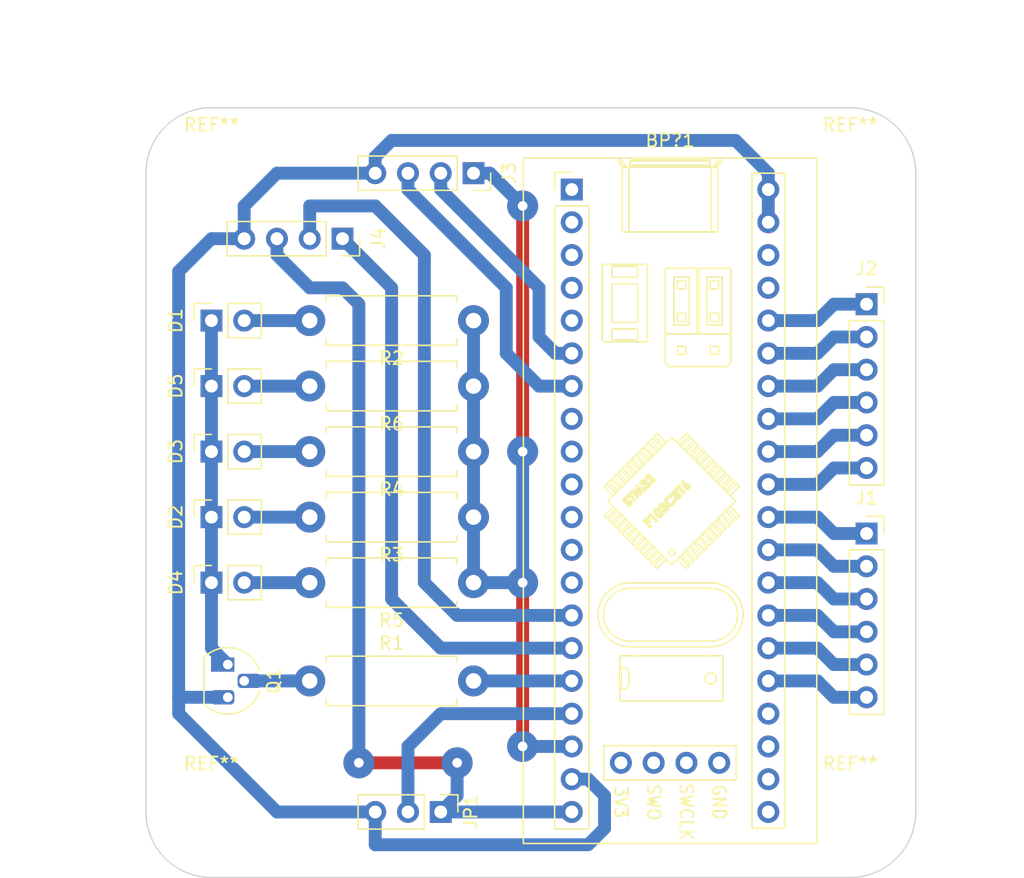
<source format=kicad_pcb>
(kicad_pcb (version 20171130) (host pcbnew 5.1.7)

  (general
    (thickness 1.6)
    (drawings 18)
    (tracks 114)
    (zones 0)
    (modules 22)
    (nets 46)
  )

  (page A4)
  (layers
    (0 F.Cu signal)
    (31 B.Cu signal)
    (32 B.Adhes user)
    (33 F.Adhes user)
    (34 B.Paste user)
    (35 F.Paste user)
    (36 B.SilkS user)
    (37 F.SilkS user)
    (38 B.Mask user)
    (39 F.Mask user hide)
    (40 Dwgs.User user)
    (41 Cmts.User user)
    (42 Eco1.User user)
    (43 Eco2.User user)
    (44 Edge.Cuts user)
    (45 Margin user)
    (46 B.CrtYd user)
    (47 F.CrtYd user)
    (48 B.Fab user)
    (49 F.Fab user)
  )

  (setup
    (last_trace_width 1)
    (user_trace_width 0.35)
    (user_trace_width 1)
    (trace_clearance 0.2)
    (zone_clearance 0.508)
    (zone_45_only no)
    (trace_min 0.2)
    (via_size 0.8)
    (via_drill 0.4)
    (via_min_size 0.4)
    (via_min_drill 0.3)
    (user_via 2.4 0.75)
    (uvia_size 0.3)
    (uvia_drill 0.1)
    (uvias_allowed no)
    (uvia_min_size 0.2)
    (uvia_min_drill 0.1)
    (edge_width 0.1)
    (segment_width 0.2)
    (pcb_text_width 0.3)
    (pcb_text_size 1.5 1.5)
    (mod_edge_width 0.15)
    (mod_text_size 1 1)
    (mod_text_width 0.15)
    (pad_size 1.5 1.8)
    (pad_drill 0.75)
    (pad_to_mask_clearance 0)
    (aux_axis_origin 74.93 128.27)
    (grid_origin 74.93 128.27)
    (visible_elements FFFFFF7F)
    (pcbplotparams
      (layerselection 0x010fc_ffffffff)
      (usegerberextensions false)
      (usegerberattributes true)
      (usegerberadvancedattributes true)
      (creategerberjobfile true)
      (excludeedgelayer true)
      (linewidth 0.100000)
      (plotframeref false)
      (viasonmask true)
      (mode 1)
      (useauxorigin true)
      (hpglpennumber 1)
      (hpglpenspeed 20)
      (hpglpendiameter 15.000000)
      (psnegative false)
      (psa4output false)
      (plotreference true)
      (plotvalue true)
      (plotinvisibletext false)
      (padsonsilk false)
      (subtractmaskfromsilk false)
      (outputformat 1)
      (mirror false)
      (drillshape 0)
      (scaleselection 1)
      (outputdirectory "gerber/"))
  )

  (net 0 "")
  (net 1 "Net-(BP?1-Pad21)")
  (net 2 GND)
  (net 3 "Net-(BP?1-Pad22)")
  (net 4 +5V)
  (net 5 "Net-(BP?1-Pad23)")
  (net 6 LR)
  (net 7 "Net-(BP?1-Pad24)")
  (net 8 LED)
  (net 9 COL6)
  (net 10 SDA)
  (net 11 COL5)
  (net 12 SCL)
  (net 13 COL4)
  (net 14 "Net-(BP?1-Pad13)")
  (net 15 COL3)
  (net 16 "Net-(BP?1-Pad12)")
  (net 17 COL2)
  (net 18 "Net-(BP?1-Pad11)")
  (net 19 COL1)
  (net 20 "Net-(BP?1-Pad10)")
  (net 21 ROW6)
  (net 22 "Net-(BP?1-Pad9)")
  (net 23 ROW5)
  (net 24 "Net-(BP?1-Pad8)")
  (net 25 ROW4)
  (net 26 RX)
  (net 27 ROW3)
  (net 28 TX)
  (net 29 ROW2)
  (net 30 "Net-(BP?1-Pad5)")
  (net 31 ROW1)
  (net 32 "Net-(BP?1-Pad4)")
  (net 33 "Net-(BP?1-Pad37)")
  (net 34 "Net-(BP?1-Pad3)")
  (net 35 +3V3)
  (net 36 "Net-(BP?1-Pad2)")
  (net 37 "Net-(BP?1-Pad1)")
  (net 38 "Net-(D1-Pad2)")
  (net 39 "Net-(D1-Pad1)")
  (net 40 "Net-(D2-Pad2)")
  (net 41 "Net-(D3-Pad2)")
  (net 42 "Net-(D4-Pad2)")
  (net 43 "Net-(D5-Pad2)")
  (net 44 "Net-(Q1-Pad2)")
  (net 45 "Net-(BP?1-Pad38)")

  (net_class Default "This is the default net class."
    (clearance 0.2)
    (trace_width 0.5)
    (via_dia 0.8)
    (via_drill 0.4)
    (uvia_dia 0.3)
    (uvia_drill 0.1)
    (add_net +3V3)
    (add_net +5V)
    (add_net COL1)
    (add_net COL2)
    (add_net COL3)
    (add_net COL4)
    (add_net COL5)
    (add_net COL6)
    (add_net GND)
    (add_net LED)
    (add_net LR)
    (add_net "Net-(BP?1-Pad1)")
    (add_net "Net-(BP?1-Pad10)")
    (add_net "Net-(BP?1-Pad11)")
    (add_net "Net-(BP?1-Pad12)")
    (add_net "Net-(BP?1-Pad13)")
    (add_net "Net-(BP?1-Pad2)")
    (add_net "Net-(BP?1-Pad21)")
    (add_net "Net-(BP?1-Pad22)")
    (add_net "Net-(BP?1-Pad23)")
    (add_net "Net-(BP?1-Pad24)")
    (add_net "Net-(BP?1-Pad3)")
    (add_net "Net-(BP?1-Pad37)")
    (add_net "Net-(BP?1-Pad38)")
    (add_net "Net-(BP?1-Pad4)")
    (add_net "Net-(BP?1-Pad5)")
    (add_net "Net-(BP?1-Pad8)")
    (add_net "Net-(BP?1-Pad9)")
    (add_net "Net-(D1-Pad1)")
    (add_net "Net-(D1-Pad2)")
    (add_net "Net-(D2-Pad2)")
    (add_net "Net-(D3-Pad2)")
    (add_net "Net-(D4-Pad2)")
    (add_net "Net-(D5-Pad2)")
    (add_net "Net-(Q1-Pad2)")
    (add_net ROW1)
    (add_net ROW2)
    (add_net ROW3)
    (add_net ROW4)
    (add_net ROW5)
    (add_net ROW6)
    (add_net RX)
    (add_net SCL)
    (add_net SDA)
    (add_net TX)
  )

  (net_class small ""
    (clearance 0.2)
    (trace_width 0.35)
    (via_dia 0.8)
    (via_drill 0.4)
    (uvia_dia 0.3)
    (uvia_drill 0.1)
  )

  (module MountingHole:MountingHole_3.2mm_M3_ISO14580 (layer F.Cu) (tedit 56D1B4CB) (tstamp 5FA22684)
    (at 80.01 123.19)
    (descr "Mounting Hole 3.2mm, no annular, M3, ISO14580")
    (tags "mounting hole 3.2mm no annular m3 iso14580")
    (attr virtual)
    (fp_text reference REF** (at 0 -3.75) (layer F.SilkS)
      (effects (font (size 1 1) (thickness 0.15)))
    )
    (fp_text value MountingHole_3.2mm_M3_ISO14580 (at 0 3.75) (layer F.Fab)
      (effects (font (size 1 1) (thickness 0.15)))
    )
    (fp_circle (center 0 0) (end 2.75 0) (layer Cmts.User) (width 0.15))
    (fp_circle (center 0 0) (end 3 0) (layer F.CrtYd) (width 0.05))
    (fp_text user %R (at 0.3 0) (layer F.Fab)
      (effects (font (size 1 1) (thickness 0.15)))
    )
    (pad 1 np_thru_hole circle (at 0 0) (size 3.2 3.2) (drill 3.2) (layers *.Cu *.Mask))
  )

  (module MountingHole:MountingHole_3.2mm_M3_ISO14580 (layer F.Cu) (tedit 56D1B4CB) (tstamp 5FA22684)
    (at 129.54 123.19)
    (descr "Mounting Hole 3.2mm, no annular, M3, ISO14580")
    (tags "mounting hole 3.2mm no annular m3 iso14580")
    (attr virtual)
    (fp_text reference REF** (at 0 -3.75) (layer F.SilkS)
      (effects (font (size 1 1) (thickness 0.15)))
    )
    (fp_text value MountingHole_3.2mm_M3_ISO14580 (at 0 3.75) (layer F.Fab)
      (effects (font (size 1 1) (thickness 0.15)))
    )
    (fp_circle (center 0 0) (end 2.75 0) (layer Cmts.User) (width 0.15))
    (fp_circle (center 0 0) (end 3 0) (layer F.CrtYd) (width 0.05))
    (fp_text user %R (at 0.3 0) (layer F.Fab)
      (effects (font (size 1 1) (thickness 0.15)))
    )
    (pad 1 np_thru_hole circle (at 0 0) (size 3.2 3.2) (drill 3.2) (layers *.Cu *.Mask))
  )

  (module MountingHole:MountingHole_3.2mm_M3_ISO14580 (layer F.Cu) (tedit 56D1B4CB) (tstamp 5FA226A5)
    (at 129.54 73.66)
    (descr "Mounting Hole 3.2mm, no annular, M3, ISO14580")
    (tags "mounting hole 3.2mm no annular m3 iso14580")
    (attr virtual)
    (fp_text reference REF** (at 0 -3.75) (layer F.SilkS)
      (effects (font (size 1 1) (thickness 0.15)))
    )
    (fp_text value MountingHole_3.2mm_M3_ISO14580 (at 0 3.75) (layer F.Fab)
      (effects (font (size 1 1) (thickness 0.15)))
    )
    (fp_circle (center 0 0) (end 2.75 0) (layer Cmts.User) (width 0.15))
    (fp_circle (center 0 0) (end 3 0) (layer F.CrtYd) (width 0.05))
    (fp_text user %R (at 0.3 0) (layer F.Fab)
      (effects (font (size 1 1) (thickness 0.15)))
    )
    (pad 1 np_thru_hole circle (at 0 0) (size 3.2 3.2) (drill 3.2) (layers *.Cu *.Mask))
  )

  (module MountingHole:MountingHole_3.2mm_M3_ISO14580 (layer F.Cu) (tedit 56D1B4CB) (tstamp 5FA224E5)
    (at 80.01 73.66)
    (descr "Mounting Hole 3.2mm, no annular, M3, ISO14580")
    (tags "mounting hole 3.2mm no annular m3 iso14580")
    (attr virtual)
    (fp_text reference REF** (at 0 -3.75) (layer F.SilkS)
      (effects (font (size 1 1) (thickness 0.15)))
    )
    (fp_text value MountingHole_3.2mm_M3_ISO14580 (at 0 3.75) (layer F.Fab)
      (effects (font (size 1 1) (thickness 0.15)))
    )
    (fp_text user %R (at 0.3 0) (layer F.Fab)
      (effects (font (size 1 1) (thickness 0.15)))
    )
    (fp_circle (center 0 0) (end 2.75 0) (layer Cmts.User) (width 0.15))
    (fp_circle (center 0 0) (end 3 0) (layer F.CrtYd) (width 0.05))
    (pad 1 np_thru_hole circle (at 0 0) (size 3.2 3.2) (drill 3.2) (layers *.Cu *.Mask))
  )

  (module YAAJ_STM32:YAAJ_BluePill_SWD_1 (layer F.Cu) (tedit 5F81AFA7) (tstamp 5F9F3D3A)
    (at 107.95 74.93)
    (descr "Through hole headers for BluePill module. No SWD breakout. Fancy silkscreen.")
    (tags "module BlluePill Blue Pill header SWD breakout")
    (path /5F0486EE)
    (fp_text reference BP?1 (at 7.62 -3.81) (layer F.SilkS)
      (effects (font (size 1 1) (thickness 0.15)))
    )
    (fp_text value BluePill_1 (at 20.32 24.13 90) (layer F.Fab) hide
      (effects (font (size 1 1) (thickness 0.15)))
    )
    (fp_line (start 5.007533 6.802277) (end 5.107533 6.702277) (layer F.SilkS) (width 0.12))
    (fp_line (start 8.688449 23.04914) (end 8.558416 22.649692) (layer F.SilkS) (width 0.12))
    (fp_line (start 8.685368 22.608154) (end 8.774607 22.882243) (layer F.SilkS) (width 0.12))
    (fp_line (start 8.558416 22.649692) (end 8.685368 22.608154) (layer F.SilkS) (width 0.12))
    (fp_line (start 6.928756 24.564915) (end 6.833569 24.660102) (layer F.SilkS) (width 0.12))
    (fp_line (start 7.044341 24.925267) (end 7.139528 24.83008) (layer F.SilkS) (width 0.12))
    (fp_line (start 7.098734 24.707696) (end 7.010345 24.619308) (layer F.SilkS) (width 0.12))
    (fp_line (start 8.064207 23.171099) (end 8.349769 22.885536) (layer F.SilkS) (width 0.12))
    (fp_line (start 8.349769 22.885536) (end 8.444956 22.980724) (layer F.SilkS) (width 0.12))
    (fp_line (start 8.444956 22.980724) (end 8.349769 23.075911) (layer F.SilkS) (width 0.12))
    (fp_line (start 8.349769 23.075911) (end 8.784912 23.511054) (layer F.SilkS) (width 0.12))
    (fp_line (start 8.784912 23.511054) (end 8.689724 23.606241) (layer F.SilkS) (width 0.12))
    (fp_line (start 8.689724 23.606241) (end 8.254581 23.171099) (layer F.SilkS) (width 0.12))
    (fp_line (start 8.254581 23.171099) (end 8.159394 23.266286) (layer F.SilkS) (width 0.12))
    (fp_line (start 8.159394 23.266286) (end 8.064207 23.171099) (layer F.SilkS) (width 0.12))
    (fp_line (start 6.623127 29.381166) (end 6.410995 29.169034) (layer F.SilkS) (width 0.12))
    (fp_line (start 3.087593 22.45152) (end 2.875461 22.663652) (layer F.SilkS) (width 0.12))
    (fp_line (start 9.451554 28.815481) (end 9.239422 29.027613) (layer F.SilkS) (width 0.12))
    (fp_line (start 4.85536 20.683753) (end 4.643228 20.895885) (layer F.SilkS) (width 0.12))
    (fp_line (start 6.623127 18.915986) (end 6.410995 19.128118) (layer F.SilkS) (width 0.12))
    (fp_line (start 4.501806 27.259846) (end 4.289674 27.047714) (layer F.SilkS) (width 0.12))
    (fp_line (start 12.633534 25.6335) (end 12.421402 25.845632) (layer F.SilkS) (width 0.12))
    (fp_line (start 3.441146 26.199186) (end 3.229014 25.987054) (layer F.SilkS) (width 0.12))
    (fp_line (start 9.451554 19.481671) (end 9.239422 19.269539) (layer F.SilkS) (width 0.12))
    (fp_line (start 6.269573 29.027613) (end 6.057441 28.815481) (layer F.SilkS) (width 0.12))
    (fp_line (start 11.219321 27.047714) (end 11.007189 27.259846) (layer F.SilkS) (width 0.12))
    (fp_line (start 5.91602 19.623093) (end 5.703888 19.835225) (layer F.SilkS) (width 0.12))
    (fp_line (start 9.098 29.169034) (end 8.885868 29.381166) (layer F.SilkS) (width 0.12))
    (fp_line (start 3.7947 26.552739) (end 3.582568 26.340607) (layer F.SilkS) (width 0.12))
    (fp_line (start 10.865767 20.895885) (end 10.653635 20.683753) (layer F.SilkS) (width 0.12))
    (fp_line (start 9.098 19.128118) (end 8.885868 18.915986) (layer F.SilkS) (width 0.12))
    (fp_line (start 10.865767 27.401267) (end 10.653635 27.613399) (layer F.SilkS) (width 0.12))
    (fp_line (start 3.441146 22.097967) (end 3.229014 22.310099) (layer F.SilkS) (width 0.12))
    (fp_line (start 12.987088 23.017205) (end 12.774956 22.805073) (layer F.SilkS) (width 0.12))
    (fp_line (start 3.7947 21.744413) (end 3.582568 21.956545) (layer F.SilkS) (width 0.12))
    (fp_line (start 4.501806 21.037306) (end 4.289674 21.249438) (layer F.SilkS) (width 0.12))
    (fp_line (start 11.219321 21.249438) (end 11.007189 21.037306) (layer F.SilkS) (width 0.12))
    (fp_line (start 11.572874 26.694161) (end 11.360742 26.906293) (layer F.SilkS) (width 0.12))
    (fp_line (start 11.926428 21.956545) (end 11.714296 21.744413) (layer F.SilkS) (width 0.12))
    (fp_line (start 5.562467 28.320506) (end 5.350334 28.108374) (layer F.SilkS) (width 0.12))
    (fp_line (start 6.269573 19.269539) (end 6.057441 19.481671) (layer F.SilkS) (width 0.12))
    (fp_line (start 12.279981 22.310099) (end 12.067849 22.097967) (layer F.SilkS) (width 0.12))
    (fp_line (start 10.512214 20.542332) (end 10.300082 20.3302) (layer F.SilkS) (width 0.12))
    (fp_line (start 9.805107 19.835225) (end 9.592975 19.623093) (layer F.SilkS) (width 0.12))
    (fp_line (start 11.572874 21.602992) (end 11.360742 21.39086) (layer F.SilkS) (width 0.12))
    (fp_line (start 4.148253 26.906293) (end 3.936121 26.694161) (layer F.SilkS) (width 0.12))
    (fp_line (start 9.805107 28.461928) (end 9.592975 28.67406) (layer F.SilkS) (width 0.12))
    (fp_line (start 4.148253 21.39086) (end 3.936121 21.602992) (layer F.SilkS) (width 0.12))
    (fp_line (start 2.734039 25.492079) (end 2.521907 25.279947) (layer F.SilkS) (width 0.12))
    (fp_line (start 12.987088 25.279947) (end 12.774956 25.492079) (layer F.SilkS) (width 0.12))
    (fp_line (start 5.562467 19.976646) (end 5.350334 20.188778) (layer F.SilkS) (width 0.12))
    (fp_line (start 2.734039 22.805073) (end 2.521907 23.017205) (layer F.SilkS) (width 0.12))
    (fp_line (start 5.91602 28.67406) (end 5.703888 28.461928) (layer F.SilkS) (width 0.12))
    (fp_line (start 12.279981 25.987054) (end 12.067849 26.199186) (layer F.SilkS) (width 0.12))
    (fp_line (start 4.85536 27.613399) (end 4.643228 27.401267) (layer F.SilkS) (width 0.12))
    (fp_line (start 11.926428 26.340607) (end 11.714296 26.552739) (layer F.SilkS) (width 0.12))
    (fp_line (start 10.158661 28.108374) (end 9.946529 28.320506) (layer F.SilkS) (width 0.12))
    (fp_line (start 12.633534 22.663652) (end 12.421402 22.45152) (layer F.SilkS) (width 0.12))
    (fp_line (start 5.208913 20.3302) (end 4.996781 20.542332) (layer F.SilkS) (width 0.12))
    (fp_line (start 10.158661 20.188778) (end 9.946529 19.976646) (layer F.SilkS) (width 0.12))
    (fp_line (start 5.208913 27.966953) (end 4.996781 27.754821) (layer F.SilkS) (width 0.12))
    (fp_line (start 3.087593 25.845632) (end 2.875461 25.6335) (layer F.SilkS) (width 0.12))
    (fp_line (start 10.512214 27.754821) (end 10.300082 27.966953) (layer F.SilkS) (width 0.12))
    (fp_line (start 2.521907 23.017205) (end 3.229014 23.724312) (layer F.SilkS) (width 0.12))
    (fp_line (start 12.633534 25.6335) (end 11.926428 24.926394) (layer F.SilkS) (width 0.12))
    (fp_line (start 11.007189 21.037306) (end 10.300082 21.744413) (layer F.SilkS) (width 0.12))
    (fp_line (start 5.208913 27.966953) (end 5.91602 27.259846) (layer F.SilkS) (width 0.12))
    (fp_line (start 9.239422 19.269539) (end 8.532315 19.976646) (layer F.SilkS) (width 0.12))
    (fp_line (start 10.865767 27.401267) (end 10.158661 26.694161) (layer F.SilkS) (width 0.12))
    (fp_line (start 3.441146 26.199186) (end 4.148253 25.492079) (layer F.SilkS) (width 0.12))
    (fp_line (start 12.067849 22.097967) (end 11.360742 22.805073) (layer F.SilkS) (width 0.12))
    (fp_line (start 4.501806 27.259846) (end 5.208913 26.552739) (layer F.SilkS) (width 0.12))
    (fp_line (start 3.229014 22.310099) (end 3.936121 23.017205) (layer F.SilkS) (width 0.12))
    (fp_line (start 9.098 19.128118) (end 8.390894 19.835225) (layer F.SilkS) (width 0.12))
    (fp_line (start 6.057441 19.481671) (end 6.764548 20.188778) (layer F.SilkS) (width 0.12))
    (fp_line (start 12.279981 25.987054) (end 11.572874 25.279947) (layer F.SilkS) (width 0.12))
    (fp_line (start 9.098 29.169034) (end 8.390894 28.461928) (layer F.SilkS) (width 0.12))
    (fp_line (start 3.582568 21.956545) (end 4.289674 22.663652) (layer F.SilkS) (width 0.12))
    (fp_line (start 10.512214 27.754821) (end 9.805107 27.047714) (layer F.SilkS) (width 0.12))
    (fp_line (start 12.421402 25.845632) (end 11.714296 25.138526) (layer F.SilkS) (width 0.12))
    (fp_line (start 3.087593 22.45152) (end 3.7947 23.158627) (layer F.SilkS) (width 0.12))
    (fp_line (start 6.623127 18.915986) (end 7.330233 19.623093) (layer F.SilkS) (width 0.12))
    (fp_line (start 9.805107 28.461928) (end 9.098 27.754821) (layer F.SilkS) (width 0.12))
    (fp_line (start 11.219321 27.047714) (end 10.512214 26.340607) (layer F.SilkS) (width 0.12))
    (fp_line (start 5.703888 28.461928) (end 6.410995 27.754821) (layer F.SilkS) (width 0.12))
    (fp_line (start 4.996781 27.754821) (end 5.703888 27.047714) (layer F.SilkS) (width 0.12))
    (fp_line (start 4.289674 21.249438) (end 4.996781 21.956545) (layer F.SilkS) (width 0.12))
    (fp_line (start 10.300082 20.3302) (end 9.592975 21.037306) (layer F.SilkS) (width 0.12))
    (fp_line (start 5.562467 28.320506) (end 6.269573 27.613399) (layer F.SilkS) (width 0.12))
    (fp_line (start 9.805107 19.835225) (end 9.098 20.542332) (layer F.SilkS) (width 0.12))
    (fp_line (start 4.148253 26.906293) (end 4.85536 26.199186) (layer F.SilkS) (width 0.12))
    (fp_line (start 3.441146 22.097967) (end 4.148253 22.805073) (layer F.SilkS) (width 0.12))
    (fp_line (start 12.067849 26.199186) (end 11.360742 25.492079) (layer F.SilkS) (width 0.12))
    (fp_line (start 3.087593 25.845632) (end 3.7947 25.138526) (layer F.SilkS) (width 0.12))
    (fp_line (start 3.229014 25.987054) (end 3.936121 25.279947) (layer F.SilkS) (width 0.12))
    (fp_line (start 6.410995 19.128118) (end 7.118101 19.835225) (layer F.SilkS) (width 0.12))
    (fp_line (start 2.734039 22.805073) (end 3.441146 23.51218) (layer F.SilkS) (width 0.12))
    (fp_line (start 12.279981 22.310099) (end 11.572874 23.017205) (layer F.SilkS) (width 0.12))
    (fp_line (start 4.501806 21.037306) (end 5.208913 21.744413) (layer F.SilkS) (width 0.12))
    (fp_line (start 3.7947 26.552739) (end 4.501806 25.845632) (layer F.SilkS) (width 0.12))
    (fp_line (start 10.512214 20.542332) (end 9.805107 21.249438) (layer F.SilkS) (width 0.12))
    (fp_line (start 5.91602 19.623093) (end 6.623127 20.3302) (layer F.SilkS) (width 0.12))
    (fp_line (start 5.350334 28.108374) (end 6.057441 27.401267) (layer F.SilkS) (width 0.12))
    (fp_line (start 2.875461 25.6335) (end 3.582568 24.926394) (layer F.SilkS) (width 0.12))
    (fp_line (start 11.572874 21.602992) (end 10.865767 22.310099) (layer F.SilkS) (width 0.12))
    (fp_line (start 11.360742 21.39086) (end 10.653635 22.097967) (layer F.SilkS) (width 0.12))
    (fp_line (start 11.219321 21.249438) (end 10.512214 21.956545) (layer F.SilkS) (width 0.12))
    (fp_line (start 4.85536 27.613399) (end 5.562467 26.906293) (layer F.SilkS) (width 0.12))
    (fp_line (start 4.996781 20.542332) (end 5.703888 21.249438) (layer F.SilkS) (width 0.12))
    (fp_line (start 11.572874 26.694161) (end 10.865767 25.987054) (layer F.SilkS) (width 0.12))
    (fp_line (start 5.703888 19.835225) (end 6.410995 20.542332) (layer F.SilkS) (width 0.12))
    (fp_line (start 11.007189 27.259846) (end 10.300082 26.552739) (layer F.SilkS) (width 0.12))
    (fp_line (start 2.875461 22.663652) (end 3.582568 23.370759) (layer F.SilkS) (width 0.12))
    (fp_line (start 4.289674 27.047714) (end 4.996781 26.340607) (layer F.SilkS) (width 0.12))
    (fp_line (start 9.451554 28.815481) (end 8.744447 28.108374) (layer F.SilkS) (width 0.12))
    (fp_line (start 10.865767 20.895885) (end 10.158661 21.602992) (layer F.SilkS) (width 0.12))
    (fp_line (start 10.653635 20.683753) (end 9.946529 21.39086) (layer F.SilkS) (width 0.12))
    (fp_line (start 4.643228 27.401267) (end 5.350334 26.694161) (layer F.SilkS) (width 0.12))
    (fp_line (start 9.592975 19.623093) (end 8.885868 20.3302) (layer F.SilkS) (width 0.12))
    (fp_line (start 5.91602 28.67406) (end 6.623127 27.966953) (layer F.SilkS) (width 0.12))
    (fp_line (start 11.926428 26.340607) (end 11.219321 25.6335) (layer F.SilkS) (width 0.12))
    (fp_line (start 12.421402 22.45152) (end 11.714296 23.158627) (layer F.SilkS) (width 0.12))
    (fp_line (start 12.987088 25.279947) (end 12.279981 24.57284) (layer F.SilkS) (width 0.12))
    (fp_line (start 12.774956 25.492079) (end 12.067849 24.784972) (layer F.SilkS) (width 0.12))
    (fp_line (start 6.410995 29.169034) (end 7.118101 28.461928) (layer F.SilkS) (width 0.12))
    (fp_line (start 11.360742 26.906293) (end 10.653635 26.199186) (layer F.SilkS) (width 0.12))
    (fp_line (start 9.451554 19.481671) (end 8.744447 20.188778) (layer F.SilkS) (width 0.12))
    (fp_line (start 5.208913 20.3302) (end 5.91602 21.037306) (layer F.SilkS) (width 0.12))
    (fp_line (start 6.057441 28.815481) (end 6.764548 28.108374) (layer F.SilkS) (width 0.12))
    (fp_line (start 9.592975 28.67406) (end 8.885868 27.966953) (layer F.SilkS) (width 0.12))
    (fp_line (start 12.987088 23.017205) (end 12.279981 23.724312) (layer F.SilkS) (width 0.12))
    (fp_line (start 3.7947 21.744413) (end 4.501806 22.45152) (layer F.SilkS) (width 0.12))
    (fp_line (start 9.946529 19.976646) (end 9.239422 20.683753) (layer F.SilkS) (width 0.12))
    (fp_line (start 4.85536 20.683753) (end 5.562467 21.39086) (layer F.SilkS) (width 0.12))
    (fp_line (start 9.239422 29.027613) (end 8.532315 28.320506) (layer F.SilkS) (width 0.12))
    (fp_line (start 10.300082 27.966953) (end 9.592975 27.259846) (layer F.SilkS) (width 0.12))
    (fp_line (start 5.350334 20.188778) (end 6.057441 20.895885) (layer F.SilkS) (width 0.12))
    (fp_line (start 8.885868 18.915986) (end 8.178762 19.623093) (layer F.SilkS) (width 0.12))
    (fp_line (start 6.269573 19.269539) (end 6.97668 19.976646) (layer F.SilkS) (width 0.12))
    (fp_line (start 6.623127 29.381166) (end 7.330233 28.67406) (layer F.SilkS) (width 0.12))
    (fp_line (start 6.269573 29.027613) (end 6.97668 28.320506) (layer F.SilkS) (width 0.12))
    (fp_line (start 10.653635 27.613399) (end 9.946529 26.906293) (layer F.SilkS) (width 0.12))
    (fp_line (start 5.562467 19.976646) (end 6.269573 20.683753) (layer F.SilkS) (width 0.12))
    (fp_line (start 12.774956 22.805073) (end 12.067849 23.51218) (layer F.SilkS) (width 0.12))
    (fp_line (start 2.521907 25.279947) (end 3.229014 24.57284) (layer F.SilkS) (width 0.12))
    (fp_line (start 12.633534 22.663652) (end 11.926428 23.370759) (layer F.SilkS) (width 0.12))
    (fp_line (start 11.714296 21.744413) (end 11.007189 22.45152) (layer F.SilkS) (width 0.12))
    (fp_line (start 4.643228 20.895885) (end 5.350334 21.602992) (layer F.SilkS) (width 0.12))
    (fp_line (start 10.158661 28.108374) (end 9.451554 27.401267) (layer F.SilkS) (width 0.12))
    (fp_line (start 8.885868 29.381166) (end 8.178762 28.67406) (layer F.SilkS) (width 0.12))
    (fp_line (start 3.936121 21.602992) (end 4.643228 22.310099) (layer F.SilkS) (width 0.12))
    (fp_line (start 11.714296 26.552739) (end 11.007189 25.845632) (layer F.SilkS) (width 0.12))
    (fp_line (start 10.158661 20.188778) (end 9.451554 20.895885) (layer F.SilkS) (width 0.12))
    (fp_line (start 11.926428 21.956545) (end 11.219321 22.663652) (layer F.SilkS) (width 0.12))
    (fp_line (start 2.734039 25.492079) (end 3.441146 24.784972) (layer F.SilkS) (width 0.12))
    (fp_line (start 4.148253 21.39086) (end 4.85536 22.097967) (layer F.SilkS) (width 0.12))
    (fp_line (start 9.946529 28.320506) (end 9.239422 27.613399) (layer F.SilkS) (width 0.12))
    (fp_line (start 3.936121 26.694161) (end 4.643228 25.987054) (layer F.SilkS) (width 0.12))
    (fp_line (start 3.582568 26.340607) (end 4.289674 25.6335) (layer F.SilkS) (width 0.12))
    (fp_line (start 12.654245 24.098576) (end 12.654245 24.198576) (layer F.SilkS) (width 0.12))
    (fp_line (start 7.804498 19.248829) (end 7.704498 19.248829) (layer F.SilkS) (width 0.12))
    (fp_line (start 2.85475 24.198576) (end 2.85475 24.098576) (layer F.SilkS) (width 0.12))
    (fp_line (start 12.654245 24.098576) (end 7.804498 19.248829) (layer F.SilkS) (width 0.12))
    (fp_line (start 12.654245 24.198576) (end 7.804498 29.048324) (layer F.SilkS) (width 0.12))
    (fp_line (start 7.704498 19.248829) (end 2.85475 24.098576) (layer F.SilkS) (width 0.12))
    (fp_line (start 2.85475 24.198576) (end 7.704498 29.048324) (layer F.SilkS) (width 0.12))
    (fp_line (start 7.704498 29.048324) (end 7.804498 29.048324) (layer F.SilkS) (width 0.12))
    (fp_line (start 5.94533 25.289976) (end 6.092466 25.142839) (layer F.SilkS) (width 0.12))
    (fp_line (start 6.622797 25.673169) (end 6.527609 25.768356) (layer F.SilkS) (width 0.12))
    (fp_line (start 6.527609 25.768356) (end 6.085667 25.326415) (layer F.SilkS) (width 0.12))
    (fp_line (start 6.085667 25.326415) (end 5.976882 25.4352) (layer F.SilkS) (width 0.12))
    (fp_line (start 5.976882 25.4352) (end 5.94533 25.289976) (layer F.SilkS) (width 0.12))
    (fp_line (start 4.638627 23.346707) (end 4.737426 23.247907) (layer F.SilkS) (width 0.12))
    (fp_line (start 4.737426 23.247907) (end 5.228343 23.496818) (layer F.SilkS) (width 0.12))
    (fp_line (start 5.228343 23.496818) (end 4.980282 23.005052) (layer F.SilkS) (width 0.12))
    (fp_line (start 4.980282 23.005052) (end 5.078125 22.907209) (layer F.SilkS) (width 0.12))
    (fp_line (start 5.078125 22.907209) (end 5.698118 23.347875) (layer F.SilkS) (width 0.12))
    (fp_line (start 5.698118 23.347875) (end 5.601762 23.444231) (layer F.SilkS) (width 0.12))
    (fp_line (start 5.601762 23.444231) (end 5.210177 23.165893) (layer F.SilkS) (width 0.12))
    (fp_line (start 5.210177 23.165893) (end 5.434866 23.611128) (layer F.SilkS) (width 0.12))
    (fp_line (start 5.434866 23.611128) (end 5.342015 23.703979) (layer F.SilkS) (width 0.12))
    (fp_line (start 5.342015 23.703979) (end 4.897418 23.478652) (layer F.SilkS) (width 0.12))
    (fp_line (start 4.897418 23.478652) (end 5.175862 23.870132) (layer F.SilkS) (width 0.12))
    (fp_line (start 5.0794 23.966594) (end 4.638627 23.346707) (layer F.SilkS) (width 0.12))
    (fp_line (start 5.175862 23.870132) (end 5.0794 23.966594) (layer F.SilkS) (width 0.12))
    (fp_line (start 6.092466 25.142839) (end 6.622797 25.673169) (layer F.SilkS) (width 0.12))
    (fp_line (start 5.636927 22.919532) (end 5.548538 22.831144) (layer F.SilkS) (width 0.12))
    (fp_line (start 5.582534 23.137103) (end 5.677721 23.041916) (layer F.SilkS) (width 0.12))
    (fp_line (start 5.466949 22.776751) (end 5.371761 22.871938) (layer F.SilkS) (width 0.12))
    (fp_line (start 10.741801 7.061801) (end 11.378198 7.061801) (layer F.SilkS) (width 0.12))
    (fp_line (start 8.201801 7.061801) (end 8.838198 7.061801) (layer F.SilkS) (width 0.12))
    (fp_line (start 8.838198 7.061801) (end 8.838198 7.698198) (layer F.SilkS) (width 0.12))
    (fp_line (start 11.378198 10.238198) (end 10.741801 10.238198) (layer F.SilkS) (width 0.12))
    (fp_line (start 8.838198 10.238198) (end 8.201801 10.238198) (layer F.SilkS) (width 0.12))
    (fp_line (start 7.25 11.49) (end 7.25 13.43) (layer F.SilkS) (width 0.12))
    (fp_line (start 7.25 13.43) (end 7.55 13.73) (layer F.SilkS) (width 0.12))
    (fp_line (start 7.25 11.09) (end 7.25 11.49) (layer F.SilkS) (width 0.12))
    (fp_line (start 12.33 11.49) (end 12.33 11.09) (layer F.SilkS) (width 0.12))
    (fp_line (start 12.03 13.73) (end 12.33 13.43) (layer F.SilkS) (width 0.12))
    (fp_line (start 12.33 13.43) (end 12.33 11.49) (layer F.SilkS) (width 0.12))
    (fp_line (start 7.55 13.73) (end 12.03 13.73) (layer F.SilkS) (width 0.12))
    (fp_line (start 8.201801 7.698198) (end 8.201801 7.061801) (layer F.SilkS) (width 0.12))
    (fp_line (start 8.838198 7.698198) (end 8.201801 7.698198) (layer F.SilkS) (width 0.12))
    (fp_line (start 11.378198 12.778198) (end 10.741801 12.778198) (layer F.SilkS) (width 0.12))
    (fp_line (start 8.838198 12.778198) (end 8.201801 12.778198) (layer F.SilkS) (width 0.12))
    (fp_line (start 10.741801 12.141801) (end 11.378198 12.141801) (layer F.SilkS) (width 0.12))
    (fp_line (start 11.378198 12.141801) (end 11.378198 12.778198) (layer F.SilkS) (width 0.12))
    (fp_line (start 10.741801 9.601801) (end 11.378198 9.601801) (layer F.SilkS) (width 0.12))
    (fp_line (start 10.741801 12.778198) (end 10.741801 12.141801) (layer F.SilkS) (width 0.12))
    (fp_line (start 8.201801 12.778198) (end 8.201801 12.141801) (layer F.SilkS) (width 0.12))
    (fp_line (start 10.741801 10.238198) (end 10.741801 9.601801) (layer F.SilkS) (width 0.12))
    (fp_line (start 11.378198 7.698198) (end 10.741801 7.698198) (layer F.SilkS) (width 0.12))
    (fp_line (start 8.201801 10.238198) (end 8.201801 9.601801) (layer F.SilkS) (width 0.12))
    (fp_line (start 8.201801 9.601801) (end 8.838198 9.601801) (layer F.SilkS) (width 0.12))
    (fp_line (start 8.838198 9.601801) (end 8.838198 10.238198) (layer F.SilkS) (width 0.12))
    (fp_line (start 11.378198 7.061801) (end 11.378198 7.698198) (layer F.SilkS) (width 0.12))
    (fp_line (start 8.201801 12.141801) (end 8.838198 12.141801) (layer F.SilkS) (width 0.12))
    (fp_line (start 8.838198 12.141801) (end 8.838198 12.778198) (layer F.SilkS) (width 0.12))
    (fp_line (start 10.741801 7.698198) (end 10.741801 7.061801) (layer F.SilkS) (width 0.12))
    (fp_line (start 11.378198 9.601801) (end 11.378198 10.238198) (layer F.SilkS) (width 0.12))
    (fp_line (start 9.331472 6.109) (end 9.142369 6.109) (layer F.SilkS) (width 0.12))
    (fp_line (start 11.628666 39.652804) (end 11.627718 39.652809) (layer F.SilkS) (width 0.12))
    (fp_line (start 5.227718 36.142809) (end 4.727718 36.142809) (layer F.SilkS) (width 0.12))
    (fp_line (start 10.227718 36.142809) (end 10.727718 36.142809) (layer F.SilkS) (width 0.12))
    (fp_line (start 11.627718 39.652809) (end 11.628337 39.652807) (layer F.SilkS) (width 0.12))
    (fp_line (start 3.827718 39.652809) (end 11.627718 39.652809) (layer F.SilkS) (width 0.12))
    (fp_line (start 3.8271 39.652807) (end 3.827718 39.652809) (layer F.SilkS) (width 0.12))
    (fp_line (start 11.727718 36.252809) (end 11.727718 39.552809) (layer F.SilkS) (width 0.12))
    (fp_line (start 11.727718 36.252809) (end 11.727717 36.25219) (layer F.SilkS) (width 0.12))
    (fp_line (start 3.827718 36.152809) (end 11.627718 36.152809) (layer F.SilkS) (width 0.12))
    (fp_line (start 3.827718 36.152809) (end 3.8271 36.152811) (layer F.SilkS) (width 0.12))
    (fp_line (start 11.628337 36.152811) (end 11.627718 36.152809) (layer F.SilkS) (width 0.12))
    (fp_line (start 3.727718 36.252809) (end 3.727718 39.552809) (layer F.SilkS) (width 0.12))
    (fp_line (start 3.8118 38.543851) (end 3.8118 37.261767) (layer F.SilkS) (width 0.12))
    (fp_line (start 3.72772 36.25219) (end 3.727718 36.252809) (layer F.SilkS) (width 0.12))
    (fp_line (start 4.420774 37.461767) (end 4.420774 38.343851) (layer F.SilkS) (width 0.12))
    (fp_line (start 3.834188 38.743851) (end 4.020774 38.743851) (layer F.SilkS) (width 0.12))
    (fp_line (start 4.020774 37.061767) (end 3.834188 37.061767) (layer F.SilkS) (width 0.12))
    (fp_line (start 4.252778 23.874275) (end 4.246722 24.010576) (layer F.SilkS) (width 0.12))
    (fp_line (start 4.300159 24.547174) (end 4.333623 24.41321) (layer F.SilkS) (width 0.12))
    (fp_line (start 5.762017 5.802378) (end 5.757533 5.802277) (layer F.SilkS) (width 0.12))
    (fp_line (start 5.107533 10.902277) (end 5.107533 11.552277) (layer F.SilkS) (width 0.12))
    (fp_line (start 3.207533 10.802277) (end 5.007533 10.802277) (layer F.SilkS) (width 0.12))
    (fp_line (start 5.007533 11.652277) (end 3.207533 11.652277) (layer F.SilkS) (width 0.12))
    (fp_line (start 3.107533 11.552277) (end 3.107533 10.902277) (layer F.SilkS) (width 0.12))
    (fp_line (start 5.007533 10.302277) (end 3.207533 10.302277) (layer F.SilkS) (width 0.12))
    (fp_line (start 3.207533 7.302277) (end 5.007533 7.302277) (layer F.SilkS) (width 0.12))
    (fp_line (start 3.107533 10.202277) (end 3.107533 7.402277) (layer F.SilkS) (width 0.12))
    (fp_line (start 5.107533 7.402277) (end 5.107533 10.202277) (layer F.SilkS) (width 0.12))
    (fp_line (start 5.007533 6.802277) (end 3.207533 6.802277) (layer F.SilkS) (width 0.12))
    (fp_line (start 3.207533 5.952277) (end 5.007533 5.952277) (layer F.SilkS) (width 0.12))
    (fp_line (start 5.107533 6.052277) (end 5.107533 6.702277) (layer F.SilkS) (width 0.12))
    (fp_line (start 3.107533 6.702277) (end 3.107533 6.052277) (layer F.SilkS) (width 0.12))
    (fp_line (start 5.857533 11.702277) (end 5.857533 5.902277) (layer F.SilkS) (width 0.12))
    (fp_line (start 2.357533 5.902277) (end 2.357533 11.702277) (layer F.SilkS) (width 0.12))
    (fp_line (start 2.457533 11.802277) (end 5.757533 11.802277) (layer F.SilkS) (width 0.12))
    (fp_line (start 5.757533 5.802277) (end 2.457533 5.802277) (layer F.SilkS) (width 0.12))
    (fp_line (start 3.747784 -2.019531) (end 3.932659 -2.182422) (layer F.SilkS) (width 0.12))
    (fp_line (start 4.045142 -2.054759) (end 3.767387 -2.37) (layer F.SilkS) (width 0.12))
    (fp_line (start 3.767387 -2.37) (end 3.582512 -2.207108) (layer F.SilkS) (width 0.12))
    (fp_line (start 3.582512 -2.207108) (end 3.861166 -1.890847) (layer F.SilkS) (width 0.12))
    (fp_line (start 11.657487 -2.207108) (end 11.378833 -1.890847) (layer F.SilkS) (width 0.12))
    (fp_line (start 11.472612 -2.37) (end 11.657487 -2.207108) (layer F.SilkS) (width 0.12))
    (fp_line (start 11.492215 -2.019531) (end 11.30734 -2.182422) (layer F.SilkS) (width 0.12))
    (fp_line (start 11.194857 -2.054759) (end 11.472612 -2.37) (layer F.SilkS) (width 0.12))
    (fp_line (start 4.160728 -1.82) (end 3.905072 -1.82) (layer F.SilkS) (width 0.12))
    (fp_line (start 4.169988 -1.72) (end 4.169988 -1.724215) (layer F.SilkS) (width 0.12))
    (fp_line (start 11.070011 -1.72) (end 11.070011 -1.724215) (layer F.SilkS) (width 0.12))
    (fp_line (start 11.079271 -1.82) (end 11.334927 -1.82) (layer F.SilkS) (width 0.12))
    (fp_line (start 11.070011 3.29) (end 4.169988 3.29) (layer F.SilkS) (width 0.12))
    (fp_line (start 4.423589 -1.720064) (end 4.423589 3.29) (layer F.SilkS) (width 0.12))
    (fp_line (start 3.923589 -1.725575) (end 3.923572 -1.7285) (layer F.SilkS) (width 0.12))
    (fp_line (start 3.923589 -1.725575) (end 3.923589 3.28) (layer F.SilkS) (width 0.12))
    (fp_line (start 11.31641 3.28) (end 3.923589 3.28) (layer F.SilkS) (width 0.12))
    (fp_line (start 3.930103 -1.72) (end 4.42 -1.72) (layer F.SilkS) (width 0.12))
    (fp_line (start 11.31641 -1.725575) (end 11.31641 3.28) (layer F.SilkS) (width 0.12))
    (fp_line (start 11.31641 -1.725575) (end 11.316427 -1.7285) (layer F.SilkS) (width 0.12))
    (fp_line (start 11.309896 -1.72) (end 10.82 -1.72) (layer F.SilkS) (width 0.12))
    (fp_line (start 10.81641 -1.720064) (end 10.81641 3.29) (layer F.SilkS) (width 0.12))
    (fp_line (start 10.82 -1.72) (end 10.81641 -1.720064) (layer F.SilkS) (width 0.12))
    (fp_line (start 4.42 -1.72) (end 4.423589 -1.720064) (layer F.SilkS) (width 0.12))
    (fp_line (start 10.758464 -1.741175) (end 4.481535 -1.741175) (layer F.SilkS) (width 0.12))
    (fp_line (start 10.47 -2.37) (end 4.77 -2.37) (layer F.SilkS) (width 0.12))
    (fp_line (start 4.77 -2.226605) (end 4.77 -2.37) (layer F.SilkS) (width 0.12))
    (fp_line (start 10.47 -2.226605) (end 10.47 -2.37) (layer F.SilkS) (width 0.12))
    (fp_line (start 10.72 -2.165211) (end 10.72 -1.82) (layer F.SilkS) (width 0.12))
    (fp_line (start 10.47 -2.226605) (end 4.77 -2.226605) (layer F.SilkS) (width 0.12))
    (fp_line (start 4.52 -2.165211) (end 4.52 -1.82) (layer F.SilkS) (width 0.12))
    (fp_line (start 4.52 -1.884569) (end 10.72 -1.884569) (layer F.SilkS) (width 0.12))
    (fp_line (start 4.50795 35.447588) (end 10.80795 35.447588) (layer F.SilkS) (width 0.12))
    (fp_line (start 10.80795 30.497588) (end 4.50795 30.497588) (layer F.SilkS) (width 0.12))
    (fp_line (start 10.80795 35.022588) (end 4.50795 35.022588) (layer F.SilkS) (width 0.12))
    (fp_line (start 4.50795 30.922588) (end 10.80795 30.922588) (layer F.SilkS) (width 0.12))
    (fp_line (start 6.105427 22.844104) (end 6.095335 22.519978) (layer F.SilkS) (width 0.12))
    (fp_line (start 6.153658 22.892336) (end 6.105427 22.844104) (layer F.SilkS) (width 0.12))
    (fp_line (start 6.507212 22.538782) (end 6.153658 22.892336) (layer F.SilkS) (width 0.12))
    (fp_line (start 6.418823 22.450394) (end 6.507212 22.538782) (layer F.SilkS) (width 0.12))
    (fp_line (start 6.240347 22.62887) (end 6.418823 22.450394) (layer F.SilkS) (width 0.12))
    (fp_line (start 6.232273 22.510098) (end 6.240347 22.62887) (layer F.SilkS) (width 0.12))
    (fp_line (start 5.908891 22.429996) (end 5.813703 22.525184) (layer F.SilkS) (width 0.12))
    (fp_line (start 4.331499 23.84421) (end 4.236311 23.749023) (layer F.SilkS) (width 0.12))
    (fp_line (start 4.426686 23.749023) (end 4.331499 23.84421) (layer F.SilkS) (width 0.12))
    (fp_line (start 4.861829 24.184165) (end 4.426686 23.749023) (layer F.SilkS) (width 0.12))
    (fp_line (start 4.957016 24.088978) (end 4.861829 24.184165) (layer F.SilkS) (width 0.12))
    (fp_line (start 4.521874 23.653835) (end 4.957016 24.088978) (layer F.SilkS) (width 0.12))
    (fp_line (start 4.617061 23.558648) (end 4.521874 23.653835) (layer F.SilkS) (width 0.12))
    (fp_line (start 4.521874 23.46346) (end 4.617061 23.558648) (layer F.SilkS) (width 0.12))
    (fp_line (start 4.236311 23.749023) (end 4.521874 23.46346) (layer F.SilkS) (width 0.12))
    (fp_line (start 7.910483 24.068049) (end 8.049227 24.071449) (layer F.SilkS) (width 0.12))
    (fp_line (start 7.700667 23.718639) (end 7.697586 23.855152) (layer F.SilkS) (width 0.12))
    (fp_line (start 7.249 7.23117) (end 7.249 7.265124) (layer F.SilkS) (width 0.12))
    (fp_line (start 7.249 7.314503) (end 7.249 7.359375) (layer F.SilkS) (width 0.12))
    (fp_line (start 7.249 6.502003) (end 7.249 6.691106) (layer F.SilkS) (width 0.12))
    (fp_line (start 7.25 11.09) (end 7.25 6.21) (layer F.SilkS) (width 0.12))
    (fp_line (start 9.12 10.52) (end 7.92 10.52) (layer F.SilkS) (width 0.12))
    (fp_line (start 9.69 11.19) (end 9.69 6.11) (layer F.SilkS) (width 0.12))
    (fp_line (start 9.12 6.78) (end 9.12 10.52) (layer F.SilkS) (width 0.12))
    (fp_line (start 7.35 6.11) (end 12.23 6.11) (layer F.SilkS) (width 0.12))
    (fp_line (start 7.92 10.52) (end 7.92 6.78) (layer F.SilkS) (width 0.12))
    (fp_line (start 7.92 6.78) (end 9.12 6.78) (layer F.SilkS) (width 0.12))
    (fp_line (start 9.69 11.19) (end 7.35 11.19) (layer F.SilkS) (width 0.12))
    (fp_line (start 5.53494 25.700365) (end 5.793306 25.441999) (layer F.SilkS) (width 0.12))
    (fp_line (start 5.793306 25.441999) (end 5.888493 25.537187) (layer F.SilkS) (width 0.12))
    (fp_line (start 5.888493 25.537187) (end 5.725315 25.700365) (layer F.SilkS) (width 0.12))
    (fp_line (start 5.725315 25.700365) (end 5.827301 25.802352) (layer F.SilkS) (width 0.12))
    (fp_line (start 5.827301 25.802352) (end 5.99048 25.639173) (layer F.SilkS) (width 0.12))
    (fp_line (start 5.99048 25.639173) (end 6.085667 25.734361) (layer F.SilkS) (width 0.12))
    (fp_line (start 6.085667 25.734361) (end 5.922489 25.897539) (layer F.SilkS) (width 0.12))
    (fp_line (start 5.922489 25.897539) (end 6.160458 26.135508) (layer F.SilkS) (width 0.12))
    (fp_line (start 6.160458 26.135508) (end 6.06527 26.230695) (layer F.SilkS) (width 0.12))
    (fp_line (start 6.06527 26.230695) (end 5.53494 25.700365) (layer F.SilkS) (width 0.12))
    (fp_line (start 11.66 6.78) (end 11.66 10.52) (layer F.SilkS) (width 0.12))
    (fp_line (start 11.66 10.52) (end 10.46 10.52) (layer F.SilkS) (width 0.12))
    (fp_line (start 12.33 6.21) (end 12.33 11.09) (layer F.SilkS) (width 0.12))
    (fp_line (start 12.23 11.19) (end 9.69 11.19) (layer F.SilkS) (width 0.12))
    (fp_line (start 9.89 6.1595) (end 9.89 11.19) (layer F.SilkS) (width 0.12))
    (fp_line (start 10.46 10.52) (end 10.46 6.78) (layer F.SilkS) (width 0.12))
    (fp_line (start 10.46 6.78) (end 11.66 6.78) (layer F.SilkS) (width 0.12))
    (fp_line (start 8.717659 23.127483) (end 8.688449 23.04914) (layer F.SilkS) (width 0.12))
    (fp_line (start 8.775457 23.216037) (end 8.717659 23.127483) (layer F.SilkS) (width 0.12))
    (fp_line (start 6.860038 25.261859) (end 6.892105 25.240682) (layer F.SilkS) (width 0.12))
    (fp_line (start 6.822121 25.268209) (end 6.860038 25.261859) (layer F.SilkS) (width 0.12))
    (fp_line (start 6.748762 25.246368) (end 6.822121 25.268209) (layer F.SilkS) (width 0.12))
    (fp_line (start 6.629064 25.149107) (end 6.748762 25.246368) (layer F.SilkS) (width 0.12))
    (fp_line (start 6.855817 25.042677) (end 6.792987 24.973074) (layer F.SilkS) (width 0.12))
    (fp_line (start 6.913777 25.146132) (end 6.855817 25.042677) (layer F.SilkS) (width 0.12))
    (fp_line (start 6.558056 24.852479) (end 6.524953 24.873531) (layer F.SilkS) (width 0.12))
    (fp_line (start 6.597089 24.847809) (end 6.558056 24.852479) (layer F.SilkS) (width 0.12))
    (fp_line (start 6.671389 24.872563) (end 6.597089 24.847809) (layer F.SilkS) (width 0.12))
    (fp_line (start 6.792987 24.973074) (end 6.671389 24.872563) (layer F.SilkS) (width 0.12))
    (fp_line (start 6.523847 25.023989) (end 6.629064 25.149107) (layer F.SilkS) (width 0.12))
    (fp_line (start 6.496047 24.947725) (end 6.523847 25.023989) (layer F.SilkS) (width 0.12))
    (fp_line (start 6.502581 24.907552) (end 6.496047 24.947725) (layer F.SilkS) (width 0.12))
    (fp_line (start 6.524953 24.873531) (end 6.502581 24.907552) (layer F.SilkS) (width 0.12))
    (fp_line (start 6.788459 24.789465) (end 6.888174 24.877886) (layer F.SilkS) (width 0.12))
    (fp_line (start 6.67257 24.724603) (end 6.788459 24.789465) (layer F.SilkS) (width 0.12))
    (fp_line (start 6.607609 24.710244) (end 6.67257 24.724603) (layer F.SilkS) (width 0.12))
    (fp_line (start 6.541348 24.714728) (end 6.607609 24.710244) (layer F.SilkS) (width 0.12))
    (fp_line (start 6.479733 24.739572) (end 6.541348 24.714728) (layer F.SilkS) (width 0.12))
    (fp_line (start 6.427429 24.78068) (end 6.479733 24.739572) (layer F.SilkS) (width 0.12))
    (fp_line (start 7.029035 25.283696) (end 6.987717 25.335445) (layer F.SilkS) (width 0.12))
    (fp_line (start 7.054126 25.222564) (end 7.029035 25.283696) (layer F.SilkS) (width 0.12))
    (fp_line (start 7.056884 25.156539) (end 7.054126 25.222564) (layer F.SilkS) (width 0.12))
    (fp_line (start 7.041233 25.09219) (end 7.056884 25.156539) (layer F.SilkS) (width 0.12))
    (fp_line (start 6.97622 24.977084) (end 7.041233 25.09219) (layer F.SilkS) (width 0.12))
    (fp_line (start 6.888174 24.877886) (end 6.97622 24.977084) (layer F.SilkS) (width 0.12))
    (fp_line (start 6.631315 25.330602) (end 6.532815 25.243232) (layer F.SilkS) (width 0.12))
    (fp_line (start 6.746271 25.393761) (end 6.631315 25.330602) (layer F.SilkS) (width 0.12))
    (fp_line (start 6.810594 25.407266) (end 6.746271 25.393761) (layer F.SilkS) (width 0.12))
    (fp_line (start 6.876026 25.402241) (end 6.810594 25.407266) (layer F.SilkS) (width 0.12))
    (fp_line (start 6.936418 25.376557) (end 6.876026 25.402241) (layer F.SilkS) (width 0.12))
    (fp_line (start 6.987717 25.335445) (end 6.936418 25.376557) (layer F.SilkS) (width 0.12))
    (fp_line (start 6.420801 25.111107) (end 6.364537 24.98784) (layer F.SilkS) (width 0.12))
    (fp_line (start 6.532815 25.243232) (end 6.420801 25.111107) (layer F.SilkS) (width 0.12))
    (fp_line (start 6.372776 24.86301) (end 6.427429 24.78068) (layer F.SilkS) (width 0.12))
    (fp_line (start 6.364537 24.98784) (end 6.372776 24.86301) (layer F.SilkS) (width 0.12))
    (fp_line (start 6.793079 24.588996) (end 6.780769 24.525926) (layer F.SilkS) (width 0.12))
    (fp_line (start 6.833569 24.660102) (end 6.793079 24.588996) (layer F.SilkS) (width 0.12))
    (fp_line (start 6.801266 24.425259) (end 6.848654 24.359455) (layer F.SilkS) (width 0.12))
    (fp_line (start 6.780769 24.525926) (end 6.801266 24.425259) (layer F.SilkS) (width 0.12))
    (fp_line (start 7.199959 24.64177) (end 7.098734 24.707696) (layer F.SilkS) (width 0.12))
    (fp_line (start 7.260258 24.636916) (end 7.199959 24.64177) (layer F.SilkS) (width 0.12))
    (fp_line (start 7.289139 24.646296) (end 7.260258 24.636916) (layer F.SilkS) (width 0.12))
    (fp_line (start 7.313649 24.664246) (end 7.289139 24.646296) (layer F.SilkS) (width 0.12))
    (fp_line (start 7.060206 24.471006) (end 7.046678 24.451667) (layer F.SilkS) (width 0.12))
    (fp_line (start 7.066944 24.49367) (end 7.060206 24.471006) (layer F.SilkS) (width 0.12))
    (fp_line (start 7.062029 24.540451) (end 7.066944 24.49367) (layer F.SilkS) (width 0.12))
    (fp_line (start 7.010345 24.619308) (end 7.062029 24.540451) (layer F.SilkS) (width 0.12))
    (fp_line (start 7.982608 23.845031) (end 7.979112 23.745729) (layer F.SilkS) (width 0.12))
    (fp_line (start 8.044872 23.954058) (end 7.982608 23.845031) (layer F.SilkS) (width 0.12))
    (fp_line (start 7.886495 23.723372) (end 7.825282 23.680075) (layer F.SilkS) (width 0.12))
    (fp_line (start 7.979112 23.745729) (end 7.886495 23.723372) (layer F.SilkS) (width 0.12))
    (fp_line (start 8.182435 23.455782) (end 8.195514 23.529327) (layer F.SilkS) (width 0.12))
    (fp_line (start 8.132729 23.375603) (end 8.182435 23.455782) (layer F.SilkS) (width 0.12))
    (fp_line (start 6.855817 25.042677) (end 6.792987 24.973074) (layer F.SilkS) (width 0.12))
    (fp_line (start 6.913777 25.146132) (end 6.855817 25.042677) (layer F.SilkS) (width 0.12))
    (fp_line (start 6.860038 25.261859) (end 6.892105 25.240682) (layer F.SilkS) (width 0.12))
    (fp_line (start 6.822121 25.268209) (end 6.860038 25.261859) (layer F.SilkS) (width 0.12))
    (fp_line (start 6.748762 25.246368) (end 6.822121 25.268209) (layer F.SilkS) (width 0.12))
    (fp_line (start 6.629064 25.149107) (end 6.748762 25.246368) (layer F.SilkS) (width 0.12))
    (fp_line (start 6.523847 25.023989) (end 6.629064 25.149107) (layer F.SilkS) (width 0.12))
    (fp_line (start 6.496047 24.947725) (end 6.523847 25.023989) (layer F.SilkS) (width 0.12))
    (fp_line (start 6.502581 24.907552) (end 6.496047 24.947725) (layer F.SilkS) (width 0.12))
    (fp_line (start 6.524953 24.873531) (end 6.502581 24.907552) (layer F.SilkS) (width 0.12))
    (fp_line (start 6.558056 24.852479) (end 6.524953 24.873531) (layer F.SilkS) (width 0.12))
    (fp_line (start 6.597089 24.847809) (end 6.558056 24.852479) (layer F.SilkS) (width 0.12))
    (fp_line (start 6.671389 24.872563) (end 6.597089 24.847809) (layer F.SilkS) (width 0.12))
    (fp_line (start 6.792987 24.973074) (end 6.671389 24.872563) (layer F.SilkS) (width 0.12))
    (fp_line (start 4.458932 24.414597) (end 4.488515 24.3943) (layer F.SilkS) (width 0.12))
    (fp_line (start 4.424185 24.423743) (end 4.458932 24.414597) (layer F.SilkS) (width 0.12))
    (fp_line (start 4.333623 24.41321) (end 4.424185 24.423743) (layer F.SilkS) (width 0.12))
    (fp_line (start 4.518398 24.134959) (end 4.588483 24.182784) (layer F.SilkS) (width 0.12))
    (fp_line (start 4.412026 24.115962) (end 4.518398 24.134959) (layer F.SilkS) (width 0.12))
    (fp_line (start 4.354997 24.118084) (end 4.412026 24.115962) (layer F.SilkS) (width 0.12))
    (fp_line (start 4.282524 24.12308) (end 4.354997 24.118084) (layer F.SilkS) (width 0.12))
    (fp_line (start 4.220755 24.126718) (end 4.282524 24.12308) (layer F.SilkS) (width 0.12))
    (fp_line (start 4.14208 24.126692) (end 4.220755 24.126718) (layer F.SilkS) (width 0.12))
    (fp_line (start 4.125741 24.122121) (end 4.14208 24.126692) (layer F.SilkS) (width 0.12))
    (fp_line (start 4.107872 24.110119) (end 4.125741 24.122121) (layer F.SilkS) (width 0.12))
    (fp_line (start 5.598399 22.682842) (end 5.584871 22.663503) (layer F.SilkS) (width 0.12))
    (fp_line (start 5.605137 22.705506) (end 5.598399 22.682842) (layer F.SilkS) (width 0.12))
    (fp_line (start 5.600222 22.752287) (end 5.605137 22.705506) (layer F.SilkS) (width 0.12))
    (fp_line (start 5.548538 22.831144) (end 5.600222 22.752287) (layer F.SilkS) (width 0.12))
    (fp_line (start 5.738152 22.853606) (end 5.636927 22.919532) (layer F.SilkS) (width 0.12))
    (fp_line (start 5.798451 22.848751) (end 5.738152 22.853606) (layer F.SilkS) (width 0.12))
    (fp_line (start 5.827332 22.858131) (end 5.798451 22.848751) (layer F.SilkS) (width 0.12))
    (fp_line (start 5.851842 22.876081) (end 5.827332 22.858131) (layer F.SilkS) (width 0.12))
    (fp_line (start 5.339459 22.637095) (end 5.386847 22.57129) (layer F.SilkS) (width 0.12))
    (fp_line (start 5.318962 22.737762) (end 5.339459 22.637095) (layer F.SilkS) (width 0.12))
    (fp_line (start 5.331271 22.800832) (end 5.318962 22.737762) (layer F.SilkS) (width 0.12))
    (fp_line (start 5.371761 22.871938) (end 5.331271 22.800832) (layer F.SilkS) (width 0.12))
    (fp_line (start 6.08005 22.368478) (end 6.027025 22.262569) (layer F.SilkS) (width 0.12))
    (fp_line (start 6.095335 22.519978) (end 6.08005 22.368478) (layer F.SilkS) (width 0.12))
    (fp_line (start 5.865551 22.359758) (end 5.908891 22.429996) (layer F.SilkS) (width 0.12))
    (fp_line (start 5.862298 22.307327) (end 5.865551 22.359758) (layer F.SilkS) (width 0.12))
    (fp_line (start 5.887112 22.2614) (end 5.862298 22.307327) (layer F.SilkS) (width 0.12))
    (fp_line (start 6.420801 25.111107) (end 6.364537 24.98784) (layer F.SilkS) (width 0.12))
    (fp_line (start 6.532815 25.243232) (end 6.420801 25.111107) (layer F.SilkS) (width 0.12))
    (fp_line (start 6.631315 25.330602) (end 6.532815 25.243232) (layer F.SilkS) (width 0.12))
    (fp_line (start 6.746271 25.393761) (end 6.631315 25.330602) (layer F.SilkS) (width 0.12))
    (fp_line (start 6.810594 25.407266) (end 6.746271 25.393761) (layer F.SilkS) (width 0.12))
    (fp_line (start 6.876026 25.402241) (end 6.810594 25.407266) (layer F.SilkS) (width 0.12))
    (fp_line (start 6.936418 25.376557) (end 6.876026 25.402241) (layer F.SilkS) (width 0.12))
    (fp_line (start 6.987717 25.335445) (end 6.936418 25.376557) (layer F.SilkS) (width 0.12))
    (fp_line (start 7.029035 25.283696) (end 6.987717 25.335445) (layer F.SilkS) (width 0.12))
    (fp_line (start 7.054126 25.222564) (end 7.029035 25.283696) (layer F.SilkS) (width 0.12))
    (fp_line (start 7.056884 25.156539) (end 7.054126 25.222564) (layer F.SilkS) (width 0.12))
    (fp_line (start 7.041233 25.09219) (end 7.056884 25.156539) (layer F.SilkS) (width 0.12))
    (fp_line (start 6.97622 24.977084) (end 7.041233 25.09219) (layer F.SilkS) (width 0.12))
    (fp_line (start 6.888174 24.877886) (end 6.97622 24.977084) (layer F.SilkS) (width 0.12))
    (fp_line (start 6.788459 24.789465) (end 6.888174 24.877886) (layer F.SilkS) (width 0.12))
    (fp_line (start 6.67257 24.724603) (end 6.788459 24.789465) (layer F.SilkS) (width 0.12))
    (fp_line (start 6.607609 24.710244) (end 6.67257 24.724603) (layer F.SilkS) (width 0.12))
    (fp_line (start 6.541348 24.714728) (end 6.607609 24.710244) (layer F.SilkS) (width 0.12))
    (fp_line (start 6.479733 24.739572) (end 6.541348 24.714728) (layer F.SilkS) (width 0.12))
    (fp_line (start 6.427429 24.78068) (end 6.479733 24.739572) (layer F.SilkS) (width 0.12))
    (fp_line (start 6.372776 24.86301) (end 6.427429 24.78068) (layer F.SilkS) (width 0.12))
    (fp_line (start 6.364537 24.98784) (end 6.372776 24.86301) (layer F.SilkS) (width 0.12))
    (fp_line (start 7.060206 24.471006) (end 7.046678 24.451667) (layer F.SilkS) (width 0.12))
    (fp_line (start 7.066944 24.49367) (end 7.060206 24.471006) (layer F.SilkS) (width 0.12))
    (fp_line (start 7.062029 24.540451) (end 7.066944 24.49367) (layer F.SilkS) (width 0.12))
    (fp_line (start 7.010345 24.619308) (end 7.062029 24.540451) (layer F.SilkS) (width 0.12))
    (fp_line (start 7.199959 24.64177) (end 7.098734 24.707696) (layer F.SilkS) (width 0.12))
    (fp_line (start 7.260258 24.636916) (end 7.199959 24.64177) (layer F.SilkS) (width 0.12))
    (fp_line (start 7.289139 24.646296) (end 7.260258 24.636916) (layer F.SilkS) (width 0.12))
    (fp_line (start 7.313649 24.664246) (end 7.289139 24.646296) (layer F.SilkS) (width 0.12))
    (fp_line (start 6.801266 24.425259) (end 6.848654 24.359455) (layer F.SilkS) (width 0.12))
    (fp_line (start 6.780769 24.525926) (end 6.801266 24.425259) (layer F.SilkS) (width 0.12))
    (fp_line (start 6.793079 24.588996) (end 6.780769 24.525926) (layer F.SilkS) (width 0.12))
    (fp_line (start 6.833569 24.660102) (end 6.793079 24.588996) (layer F.SilkS) (width 0.12))
    (fp_line (start 8.015512 24.269237) (end 7.924825 24.398337) (layer F.SilkS) (width 0.12))
    (fp_line (start 8.049227 24.071449) (end 8.015512 24.269237) (layer F.SilkS) (width 0.12))
    (fp_line (start 7.555003 23.876234) (end 7.460255 23.938229) (layer F.SilkS) (width 0.12))
    (fp_line (start 7.697586 23.855152) (end 7.555003 23.876234) (layer F.SilkS) (width 0.12))
    (fp_line (start 7.542176 23.735568) (end 7.700667 23.718639) (layer F.SilkS) (width 0.12))
    (fp_line (start 7.368786 23.839323) (end 7.542176 23.735568) (layer F.SilkS) (width 0.12))
    (fp_line (start 7.886495 23.723372) (end 7.825282 23.680075) (layer F.SilkS) (width 0.12))
    (fp_line (start 7.979112 23.745729) (end 7.886495 23.723372) (layer F.SilkS) (width 0.12))
    (fp_line (start 7.982608 23.845031) (end 7.979112 23.745729) (layer F.SilkS) (width 0.12))
    (fp_line (start 8.044872 23.954058) (end 7.982608 23.845031) (layer F.SilkS) (width 0.12))
    (fp_line (start 8.182435 23.455782) (end 8.195514 23.529327) (layer F.SilkS) (width 0.12))
    (fp_line (start 8.132729 23.375603) (end 8.182435 23.455782) (layer F.SilkS) (width 0.12))
    (fp_line (start 8.717659 23.127483) (end 8.688449 23.04914) (layer F.SilkS) (width 0.12))
    (fp_line (start 8.775457 23.216037) (end 8.717659 23.127483) (layer F.SilkS) (width 0.12))
    (fp_circle (center 7.754498 28.148576) (end 8.004498 28.148576) (layer F.SilkS) (width 0.12))
    (fp_line (start 5.598399 22.682842) (end 5.584871 22.663503) (layer F.SilkS) (width 0.12))
    (fp_line (start 5.605137 22.705506) (end 5.598399 22.682842) (layer F.SilkS) (width 0.12))
    (fp_line (start 5.600222 22.752287) (end 5.605137 22.705506) (layer F.SilkS) (width 0.12))
    (fp_line (start 5.548538 22.831144) (end 5.600222 22.752287) (layer F.SilkS) (width 0.12))
    (fp_line (start 5.738152 22.853606) (end 5.636927 22.919532) (layer F.SilkS) (width 0.12))
    (fp_line (start 5.798451 22.848751) (end 5.738152 22.853606) (layer F.SilkS) (width 0.12))
    (fp_line (start 5.827332 22.858131) (end 5.798451 22.848751) (layer F.SilkS) (width 0.12))
    (fp_line (start 5.851842 22.876081) (end 5.827332 22.858131) (layer F.SilkS) (width 0.12))
    (fp_line (start 5.339459 22.637095) (end 5.386847 22.57129) (layer F.SilkS) (width 0.12))
    (fp_line (start 5.318962 22.737762) (end 5.339459 22.637095) (layer F.SilkS) (width 0.12))
    (fp_line (start 5.331271 22.800832) (end 5.318962 22.737762) (layer F.SilkS) (width 0.12))
    (fp_line (start 5.371761 22.871938) (end 5.331271 22.800832) (layer F.SilkS) (width 0.12))
    (fp_circle (center 10.779145 37.902809) (end 11.205021 37.902809) (layer F.SilkS) (width 0.12))
    (fp_line (start 4.125741 24.122121) (end 4.14208 24.126692) (layer F.SilkS) (width 0.12))
    (fp_line (start 4.107872 24.110119) (end 4.125741 24.122121) (layer F.SilkS) (width 0.12))
    (fp_line (start 4.220755 24.126718) (end 4.282524 24.12308) (layer F.SilkS) (width 0.12))
    (fp_line (start 4.14208 24.126692) (end 4.220755 24.126718) (layer F.SilkS) (width 0.12))
    (fp_line (start 4.354997 24.118084) (end 4.412026 24.115962) (layer F.SilkS) (width 0.12))
    (fp_line (start 4.282524 24.12308) (end 4.354997 24.118084) (layer F.SilkS) (width 0.12))
    (fp_line (start 4.518398 24.134959) (end 4.588483 24.182784) (layer F.SilkS) (width 0.12))
    (fp_line (start 4.412026 24.115962) (end 4.518398 24.134959) (layer F.SilkS) (width 0.12))
    (fp_line (start 4.458932 24.414597) (end 4.488515 24.3943) (layer F.SilkS) (width 0.12))
    (fp_line (start 4.424185 24.423743) (end 4.458932 24.414597) (layer F.SilkS) (width 0.12))
    (fp_line (start 4.333623 24.41321) (end 4.424185 24.423743) (layer F.SilkS) (width 0.12))
    (fp_line (start 3.928513 -1.720331) (end 3.930103 -1.72) (layer F.SilkS) (width 0.12))
    (fp_line (start 3.923572 -1.7285) (end 3.928513 -1.720331) (layer F.SilkS) (width 0.12))
    (fp_line (start 11.311486 -1.720331) (end 11.309896 -1.72) (layer F.SilkS) (width 0.12))
    (fp_line (start 11.316427 -1.7285) (end 11.311486 -1.720331) (layer F.SilkS) (width 0.12))
    (fp_line (start 5.865551 22.359758) (end 5.908891 22.429996) (layer F.SilkS) (width 0.12))
    (fp_line (start 5.862298 22.307327) (end 5.865551 22.359758) (layer F.SilkS) (width 0.12))
    (fp_line (start 5.887112 22.2614) (end 5.862298 22.307327) (layer F.SilkS) (width 0.12))
    (fp_line (start 6.08005 22.368478) (end 6.027025 22.262569) (layer F.SilkS) (width 0.12))
    (fp_line (start 6.095335 22.519978) (end 6.08005 22.368478) (layer F.SilkS) (width 0.12))
    (fp_line (start 7.542176 23.735568) (end 7.700667 23.718639) (layer F.SilkS) (width 0.12))
    (fp_line (start 7.368786 23.839323) (end 7.542176 23.735568) (layer F.SilkS) (width 0.12))
    (fp_line (start 8.015512 24.269237) (end 7.924825 24.398337) (layer F.SilkS) (width 0.12))
    (fp_line (start 8.049227 24.071449) (end 8.015512 24.269237) (layer F.SilkS) (width 0.12))
    (fp_line (start 7.555003 23.876234) (end 7.460255 23.938229) (layer F.SilkS) (width 0.12))
    (fp_line (start 7.697586 23.855152) (end 7.555003 23.876234) (layer F.SilkS) (width 0.12))
    (fp_line (start -1.33 -1.33) (end 0 -1.33) (layer F.SilkS) (width 0.12))
    (fp_line (start -1.33 0) (end -1.33 -1.33) (layer F.SilkS) (width 0.12))
    (fp_line (start 13.97 49.53) (end 13.97 -1.27) (layer F.SilkS) (width 0.12))
    (fp_line (start 16.51 49.53) (end 13.97 49.53) (layer F.SilkS) (width 0.12))
    (fp_line (start 16.51 -1.27) (end 16.51 49.53) (layer F.SilkS) (width 0.12))
    (fp_line (start 13.97 -1.27) (end 16.51 -1.27) (layer F.SilkS) (width 0.12))
    (fp_line (start -1.33 49.59) (end -1.33 1.27) (layer F.SilkS) (width 0.12))
    (fp_line (start 1.33 49.59) (end -1.33 49.59) (layer F.SilkS) (width 0.12))
    (fp_line (start 1.33 1.27) (end 1.33 49.59) (layer F.SilkS) (width 0.12))
    (fp_line (start -1.33 1.27) (end 1.33 1.27) (layer F.SilkS) (width 0.12))
    (fp_line (start 13.44 45.72) (end 13.44 50.06) (layer F.CrtYd) (width 0.05))
    (fp_line (start 13.44 -1.8) (end 13.44 43.18) (layer F.CrtYd) (width 0.05))
    (fp_line (start 1.8 45.72) (end 1.8 50.06) (layer F.CrtYd) (width 0.05))
    (fp_line (start 1.8 -1.8) (end 1.8 43.18) (layer F.CrtYd) (width 0.05))
    (fp_line (start 13.44 45.72) (end 1.8 45.72) (layer F.CrtYd) (width 0.05))
    (fp_line (start 1.8 43.18) (end 13.44 43.18) (layer F.CrtYd) (width 0.05))
    (fp_line (start 17.04 50.06) (end 13.44 50.06) (layer F.CrtYd) (width 0.05))
    (fp_line (start 17.04 -1.8) (end 17.04 50.06) (layer F.CrtYd) (width 0.05))
    (fp_line (start 13.44 -1.8) (end 17.04 -1.8) (layer F.CrtYd) (width 0.05))
    (fp_line (start 1.8 -1.8) (end -1.8 -1.8) (layer F.CrtYd) (width 0.05))
    (fp_line (start -1.8 50.06) (end 1.8 50.06) (layer F.CrtYd) (width 0.05))
    (fp_line (start -1.8 -1.8) (end -1.8 50.06) (layer F.CrtYd) (width 0.05))
    (fp_line (start -3.93 50.88) (end -3.93 -2.62) (layer F.CrtYd) (width 0.05))
    (fp_line (start 19.17 50.88) (end -3.93 50.88) (layer F.CrtYd) (width 0.05))
    (fp_line (start 19.17 -2.62) (end 19.17 50.88) (layer F.CrtYd) (width 0.05))
    (fp_line (start -3.93 -2.62) (end 19.17 -2.62) (layer F.CrtYd) (width 0.05))
    (fp_line (start -3.68 -2.37) (end 18.92 -2.37) (layer F.Fab) (width 0.12))
    (fp_line (start -3.68 50.63) (end -3.68 -2.32) (layer F.Fab) (width 0.12))
    (fp_line (start -3.68 50.63) (end 18.92 50.63) (layer F.Fab) (width 0.12))
    (fp_line (start 18.92 -2.37) (end 18.92 50.63) (layer F.Fab) (width 0.12))
    (fp_line (start 12.76 43.12) (end 2.48 43.12) (layer F.SilkS) (width 0.12))
    (fp_line (start 12.76 45.78) (end 12.76 43.12) (layer F.SilkS) (width 0.12))
    (fp_line (start 2.48 45.78) (end 12.76 45.78) (layer F.SilkS) (width 0.12))
    (fp_line (start 2.48 43.12) (end 2.48 45.78) (layer F.SilkS) (width 0.12))
    (fp_line (start -3.755 50.705) (end -3.755 -2.445) (layer F.SilkS) (width 0.12))
    (fp_line (start 18.995 50.705) (end -3.755 50.705) (layer F.SilkS) (width 0.12))
    (fp_line (start 18.995 -2.445) (end 18.995 50.705) (layer F.SilkS) (width 0.12))
    (fp_line (start -3.755 -2.445) (end 18.995 -2.445) (layer F.SilkS) (width 0.12))
    (fp_line (start 3.72 3.48) (end 11.52 3.48) (layer F.Fab) (width 0.1))
    (fp_line (start 3.72 3.48) (end 3.72 -2.32) (layer F.Fab) (width 0.1))
    (fp_line (start 11.52 3.48) (end 11.52 -2.32) (layer F.Fab) (width 0.1))
    (fp_line (start -1.27 -0.635) (end -0.635 -1.27) (layer F.Fab) (width 0.1))
    (fp_line (start -0.635 -1.27) (end 1.27 -1.27) (layer F.Fab) (width 0.1))
    (fp_line (start 1.27 -1.27) (end 1.27 49.53) (layer F.Fab) (width 0.1))
    (fp_line (start 1.27 49.53) (end -1.27 49.53) (layer F.Fab) (width 0.1))
    (fp_line (start -1.27 49.53) (end -1.27 -0.635) (layer F.Fab) (width 0.1))
    (fp_line (start 13.97 -1.27) (end 16.51 -1.27) (layer F.Fab) (width 0.1))
    (fp_line (start 16.51 -1.27) (end 16.51 49.53) (layer F.Fab) (width 0.1))
    (fp_line (start 16.51 49.53) (end 13.97 49.53) (layer F.Fab) (width 0.1))
    (fp_line (start 13.97 49.53) (end 13.97 -1.27) (layer F.Fab) (width 0.1))
    (fp_line (start 2.54 43.18) (end 12.7 43.18) (layer F.Fab) (width 0.1))
    (fp_line (start 12.7 43.18) (end 12.7 45.72) (layer F.Fab) (width 0.1))
    (fp_line (start 12.7 45.72) (end 2.54 45.72) (layer F.Fab) (width 0.1))
    (fp_line (start 2.54 45.72) (end 2.54 43.18) (layer F.Fab) (width 0.1))
    (fp_text user GND (at 11.43 47.498 270 unlocked) (layer F.SilkS)
      (effects (font (size 1 0.9) (thickness 0.15)))
    )
    (fp_text user SWCLK (at 8.89 48.26 270 unlocked) (layer F.SilkS)
      (effects (font (size 1 0.9) (thickness 0.15)))
    )
    (fp_text user SWO (at 6.35 47.498 270 unlocked) (layer F.SilkS)
      (effects (font (size 1 0.9) (thickness 0.15)))
    )
    (fp_text user 3V3 (at 3.81 47.498 270 unlocked) (layer F.SilkS)
      (effects (font (size 1 0.9) (thickness 0.15)))
    )
    (fp_text user Y@@J (at 2.921 -1.016 90 unlocked) (layer Dwgs.User)
      (effects (font (size 0.5 0.5) (thickness 0.1)))
    )
    (fp_text user REF** (at 7.62 24.13 90) (layer F.Fab)
      (effects (font (size 1 1) (thickness 0.15)))
    )
    (fp_arc (start 12.23 6.21) (end 12.33 6.21) (angle -90) (layer F.SilkS) (width 0.12))
    (fp_arc (start 12.23 11.09) (end 12.23 11.189999) (angle -90) (layer F.SilkS) (width 0.12))
    (fp_arc (start 7.35 6.21) (end 7.35 6.11) (angle -90) (layer F.SilkS) (width 0.12))
    (fp_arc (start 7.35 11.09) (end 7.25 11.09) (angle -90) (layer F.SilkS) (width 0.12))
    (fp_arc (start 7.636898 24.116249) (end 7.460255 23.938229) (angle -91.89704929) (layer F.SilkS) (width 0.12))
    (fp_arc (start 7.649298 24.131097) (end 7.464823 24.298688) (angle -93.95481218) (layer F.SilkS) (width 0.12))
    (fp_arc (start 7.621915 24.10026) (end 7.829213 24.303574) (angle -50.81337439) (layer F.SilkS) (width 0.12))
    (fp_arc (start 7.649304 24.139213) (end 7.369848 24.394088) (angle -94.39064903) (layer F.SilkS) (width 0.12))
    (fp_arc (start 7.637187 24.116192) (end 7.368786 23.839323) (angle -91.99896012) (layer F.SilkS) (width 0.12))
    (fp_arc (start 5.976577 22.335309) (end 5.797343 22.160794) (angle -93.61284182) (layer F.SilkS) (width 0.12))
    (fp_arc (start 5.956483 22.316756) (end 6.11552 22.160688) (angle -91.11781658) (layer F.SilkS) (width 0.12))
    (fp_arc (start 5.718826 22.487452) (end 6.232273 22.510098) (angle -42.00438094) (layer F.SilkS) (width 0.12))
    (fp_arc (start 5.956527 22.326851) (end 6.027025 22.262569) (angle -94.32340022) (layer F.SilkS) (width 0.12))
    (fp_arc (start 4.50795 32.972588) (end 4.50795 30.922588) (angle -180) (layer F.SilkS) (width 0.12))
    (fp_arc (start 10.80795 32.972588) (end 10.80795 35.022588) (angle -180) (layer F.SilkS) (width 0.12))
    (fp_arc (start 10.80795 32.972588) (end 10.80795 35.447588) (angle -180) (layer F.SilkS) (width 0.12))
    (fp_arc (start 4.50795 32.972588) (end 4.50795 30.497588) (angle -180) (layer F.SilkS) (width 0.12))
    (fp_arc (start 4.749438 -1.996716) (end 4.77 -2.226605) (angle -88.86752741) (layer F.SilkS) (width 0.12))
    (fp_arc (start 10.490561 -1.996716) (end 10.719999 -2.021817) (angle -88.86752741) (layer F.SilkS) (width 0.12))
    (fp_arc (start 10.490561 -2.14011) (end 10.719999 -2.165211) (angle -88.86752741) (layer F.SilkS) (width 0.12))
    (fp_arc (start 4.749438 -2.14011) (end 4.77 -2.37) (angle -88.86752741) (layer F.SilkS) (width 0.12))
    (fp_arc (start 10.82 -1.82) (end 10.719999 -1.82) (angle -87.94273203) (layer F.SilkS) (width 0.12))
    (fp_arc (start 4.42 -1.82) (end 4.423589 -1.720064) (angle -87.94273203) (layer F.SilkS) (width 0.12))
    (fp_arc (start 11.570011 -1.724215) (end 11.194857 -2.054759) (angle -41.38292057) (layer F.SilkS) (width 0.12))
    (fp_arc (start 11.56641 -1.725575) (end 11.378833 -1.890847) (angle -40.71243064) (layer F.SilkS) (width 0.12))
    (fp_arc (start 3.673589 -1.725575) (end 3.923572 -1.7285) (angle -40.71243063) (layer F.SilkS) (width 0.12))
    (fp_arc (start 3.669988 -1.724215) (end 4.169988 -1.724215) (angle -41.38292057) (layer F.SilkS) (width 0.12))
    (fp_arc (start 2.457533 11.702277) (end 2.357533 11.702277) (angle -90) (layer F.SilkS) (width 0.12))
    (fp_arc (start 5.757533 5.902277) (end 5.857533 5.902277) (angle -90) (layer F.SilkS) (width 0.12))
    (fp_arc (start 2.457533 5.902277) (end 2.457533 5.802277) (angle -90) (layer F.SilkS) (width 0.12))
    (fp_arc (start 5.757533 11.702277) (end 5.757533 11.802277) (angle -90) (layer F.SilkS) (width 0.12))
    (fp_arc (start 3.207533 6.702277) (end 3.107533 6.702277) (angle -90) (layer F.SilkS) (width 0.12))
    (fp_arc (start 5.007533 6.052277) (end 5.107533 6.052277) (angle -90) (layer F.SilkS) (width 0.12))
    (fp_arc (start 3.207533 6.052277) (end 3.207533 5.952277) (angle -90) (layer F.SilkS) (width 0.12))
    (fp_arc (start 5.007533 10.202277) (end 5.007533 10.302277) (angle -90) (layer F.SilkS) (width 0.12))
    (fp_arc (start 3.207533 7.402277) (end 3.207533 7.302277) (angle -90) (layer F.SilkS) (width 0.12))
    (fp_arc (start 5.007533 7.402277) (end 5.107533 7.402277) (angle -90) (layer F.SilkS) (width 0.12))
    (fp_arc (start 3.207533 10.202277) (end 3.107533 10.202277) (angle -90) (layer F.SilkS) (width 0.12))
    (fp_arc (start 3.207533 11.552277) (end 3.107533 11.552277) (angle -90) (layer F.SilkS) (width 0.12))
    (fp_arc (start 5.007533 11.552277) (end 5.007533 11.652277) (angle -90) (layer F.SilkS) (width 0.12))
    (fp_arc (start 5.007533 10.902277) (end 5.107533 10.902277) (angle -90) (layer F.SilkS) (width 0.12))
    (fp_arc (start 3.207533 10.902277) (end 3.207533 10.802277) (angle -90) (layer F.SilkS) (width 0.12))
    (fp_arc (start 4.197178 24.128228) (end 4.252778 23.874275) (angle -54.7355226) (layer F.SilkS) (width 0.12))
    (fp_arc (start 4.153798 24.075335) (end 4.021927 23.93621) (angle -91.10917486) (layer F.SilkS) (width 0.12))
    (fp_arc (start 4.228389 23.923837) (end 4.017253 24.209874) (angle -54.22459714) (layer F.SilkS) (width 0.12))
    (fp_arc (start 4.392639 24.466419) (end 4.49882 24.283496) (angle -45.37913137) (layer F.SilkS) (width 0.12))
    (fp_arc (start 4.437664 24.33369) (end 4.488515 24.3943) (angle -89.38102416) (layer F.SilkS) (width 0.12))
    (fp_arc (start 4.401087 24.318036) (end 4.300159 24.547174) (angle -69.44398969) (layer F.SilkS) (width 0.12))
    (fp_arc (start 4.440105 24.334036) (end 4.580197 24.492993) (angle -94.15903348) (layer F.SilkS) (width 0.12))
    (fp_arc (start 4.150997 24.075401) (end 4.116052 24.03246) (angle -89.6971165) (layer F.SilkS) (width 0.12))
    (fp_arc (start 4.200836 24.137642) (end 4.246722 24.010576) (angle -58.72696378) (layer F.SilkS) (width 0.12))
    (fp_arc (start 4.020774 37.461767) (end 4.420774 37.461767) (angle -90) (layer F.SilkS) (width 0.12))
    (fp_arc (start 4.020774 38.343851) (end 4.020774 38.743851) (angle -90) (layer F.SilkS) (width 0.12))
    (fp_arc (start 11.627718 39.552809) (end 11.628337 39.652807) (angle -89.29091472) (layer F.SilkS) (width 0.12))
    (fp_arc (start 3.827718 36.252809) (end 3.8271 36.152811) (angle -89.29091472) (layer F.SilkS) (width 0.12))
    (fp_arc (start 3.827718 39.552809) (end 3.72772 39.553428) (angle -89.29091472) (layer F.SilkS) (width 0.12))
    (fp_arc (start 11.627718 36.252809) (end 11.727717 36.25219) (angle -89.29091472) (layer F.SilkS) (width 0.12))
    (fp_arc (start 4.275257 37.212393) (end 3.834188 37.061767) (angle -24.93612781) (layer F.SilkS) (width 0.12))
    (fp_arc (start 4.257136 38.595253) (end 3.8118 38.543851) (angle -25.94245889) (layer F.SilkS) (width 0.12))
    (fp_arc (start 5.534847 22.707413) (end 5.674003 22.56226) (angle -91.18556617) (layer F.SilkS) (width 0.12))
    (fp_arc (start 5.551765 22.684691) (end 5.71416 22.744349) (angle -65.21651974) (layer F.SilkS) (width 0.12))
    (fp_arc (start 5.806919 22.913704) (end 5.947986 22.78185) (angle -75.64356404) (layer F.SilkS) (width 0.12))
    (fp_arc (start 5.771132 22.953769) (end 5.935768 23.137422) (angle -92.31449073) (layer F.SilkS) (width 0.12))
    (fp_arc (start 5.759304 22.967771) (end 5.582534 23.137103) (angle -92.35903073) (layer F.SilkS) (width 0.12))
    (fp_arc (start 5.759256 22.953569) (end 5.677721 23.041916) (angle -88.73836334) (layer F.SilkS) (width 0.12))
    (fp_arc (start 5.772028 22.953666) (end 5.845786 23.037029) (angle -92.68665669) (layer F.SilkS) (width 0.12))
    (fp_arc (start 5.534814 22.713427) (end 5.584871 22.663503) (angle -94.15192964) (layer F.SilkS) (width 0.12))
    (fp_arc (start 5.547682 22.73162) (end 5.481397 22.667115) (angle -73.426163) (layer F.SilkS) (width 0.12))
    (fp_arc (start 8.934601 23.045938) (end 9.102557 22.890423) (angle -91.54750302) (layer F.SilkS) (width 0.12))
    (fp_arc (start 8.943506 23.055486) (end 9.105319 23.217843) (angle -91.15869207) (layer F.SilkS) (width 0.12))
    (fp_arc (start 8.94129 23.052258) (end 8.775457 23.216037) (angle -90.08683611) (layer F.SilkS) (width 0.12))
    (fp_arc (start 8.241699 23.752631) (end 8.405224 23.593706) (angle -57.50260688) (layer F.SilkS) (width 0.12))
    (fp_arc (start 8.243246 23.756655) (end 8.388439 23.934723) (angle -95.97809424) (layer F.SilkS) (width 0.12))
    (fp_arc (start 8.208384 23.797425) (end 8.044872 23.954058) (angle -98.90415167) (layer F.SilkS) (width 0.12))
    (fp_arc (start 7.968709 23.531278) (end 7.830381 23.377728) (angle -94.03824761) (layer F.SilkS) (width 0.12))
    (fp_arc (start 7.982561 23.519884) (end 8.132729 23.375603) (angle -93.09567042) (layer F.SilkS) (width 0.12))
    (fp_arc (start 7.009489 24.519784) (end 6.943204 24.455279) (angle -73.426163) (layer F.SilkS) (width 0.12))
    (fp_arc (start 6.996655 24.495577) (end 7.13581 24.350425) (angle -91.18556617) (layer F.SilkS) (width 0.12))
    (fp_arc (start 7.013572 24.472855) (end 7.175967 24.532513) (angle -65.21651974) (layer F.SilkS) (width 0.12))
    (fp_arc (start 7.268726 24.701868) (end 7.409793 24.570014) (angle -75.64356404) (layer F.SilkS) (width 0.12))
    (fp_arc (start 7.232939 24.741934) (end 7.397576 24.925586) (angle -92.31449073) (layer F.SilkS) (width 0.12))
    (fp_arc (start 7.221111 24.755936) (end 7.044341 24.925267) (angle -92.35903073) (layer F.SilkS) (width 0.12))
    (fp_arc (start 7.221063 24.741733) (end 7.139528 24.83008) (angle -88.73836334) (layer F.SilkS) (width 0.12))
    (fp_arc (start 7.233835 24.74183) (end 7.307594 24.825193) (angle -92.68665669) (layer F.SilkS) (width 0.12))
    (fp_arc (start 6.996621 24.501591) (end 7.046678 24.451667) (angle -94.15192964) (layer F.SilkS) (width 0.12))
    (fp_arc (start 8.927824 23.045693) (end 9.001952 22.980193) (angle -93.08682507) (layer F.SilkS) (width 0.12))
    (fp_arc (start 8.930711 23.042021) (end 8.858427 22.9752) (angle -91.62806261) (layer F.SilkS) (width 0.12))
    (fp_arc (start 8.941268 23.049533) (end 8.86597 23.116175) (angle -90.31748237) (layer F.SilkS) (width 0.12))
    (fp_arc (start 8.934671 23.05544) (end 9.008326 23.124461) (angle -91.33927427) (layer F.SilkS) (width 0.12))
    (fp_arc (start 7.98854 23.538074) (end 8.047421 23.59583) (angle -93.94464572) (layer F.SilkS) (width 0.12))
    (fp_arc (start 7.989328 23.536251) (end 7.927268 23.591687) (angle -92.50273868) (layer F.SilkS) (width 0.12))
    (fp_arc (start 7.97988 23.531576) (end 7.923231 23.475252) (angle -93.64190835) (layer F.SilkS) (width 0.12))
    (fp_arc (start 7.982622 23.52941) (end 8.042109 23.475359) (angle -95.3801089) (layer F.SilkS) (width 0.12))
    (fp_arc (start 8.226627 23.756373) (end 8.292295 23.840492) (angle -95.8951257) (layer F.SilkS) (width 0.12))
    (fp_arc (start 8.207194 23.76836) (end 8.131454 23.850265) (angle -92.47601157) (layer F.SilkS) (width 0.12))
    (fp_arc (start 8.216913 23.77614) (end 8.143884 23.689743) (angle -90.73064224) (layer F.SilkS) (width 0.12))
    (fp_arc (start 8.227265 23.763294) (end 8.303556 23.682413) (angle -91.91163825) (layer F.SilkS) (width 0.12))
    (fp_arc (start 6.826778 25.17595) (end 6.892105 25.240682) (angle -63.65669412) (layer F.SilkS) (width 0.12))
    (pad 20 thru_hole circle (at 0 48.26) (size 1.7 1.7) (drill 1) (layers *.Cu *.Mask)
      (net 35 +3V3))
    (pad 21 thru_hole circle (at 15.24 48.26) (size 1.7 1.7) (drill 1) (layers *.Cu *.Mask)
      (net 1 "Net-(BP?1-Pad21)"))
    (pad 19 thru_hole circle (at 0 45.72) (size 1.7 1.7) (drill 1) (layers *.Cu *.Mask)
      (net 2 GND))
    (pad 22 thru_hole circle (at 15.24 45.72) (size 1.7 1.7) (drill 1) (layers *.Cu *.Mask)
      (net 3 "Net-(BP?1-Pad22)"))
    (pad 18 thru_hole circle (at 0 43.18) (size 1.7 1.7) (drill 1) (layers *.Cu *.Mask)
      (net 4 +5V))
    (pad 23 thru_hole circle (at 15.24 43.18) (size 1.7 1.7) (drill 1) (layers *.Cu *.Mask)
      (net 5 "Net-(BP?1-Pad23)"))
    (pad 17 thru_hole circle (at 0 40.64) (size 1.7 1.7) (drill 1) (layers *.Cu *.Mask)
      (net 6 LR))
    (pad 24 thru_hole circle (at 15.24 40.64) (size 1.7 1.7) (drill 1) (layers *.Cu *.Mask)
      (net 7 "Net-(BP?1-Pad24)"))
    (pad 16 thru_hole circle (at 0 38.1) (size 1.7 1.7) (drill 1) (layers *.Cu *.Mask)
      (net 8 LED))
    (pad 25 thru_hole circle (at 15.24 38.1) (size 1.7 1.7) (drill 1) (layers *.Cu *.Mask)
      (net 9 COL6))
    (pad 15 thru_hole circle (at 0 35.56) (size 1.7 1.7) (drill 1) (layers *.Cu *.Mask)
      (net 10 SDA))
    (pad 26 thru_hole circle (at 15.24 35.56) (size 1.7 1.7) (drill 1) (layers *.Cu *.Mask)
      (net 11 COL5))
    (pad 14 thru_hole circle (at 0 33.02) (size 1.7 1.7) (drill 1) (layers *.Cu *.Mask)
      (net 12 SCL))
    (pad 27 thru_hole circle (at 15.24 33.02) (size 1.7 1.7) (drill 1) (layers *.Cu *.Mask)
      (net 13 COL4))
    (pad 13 thru_hole circle (at 0 30.48) (size 1.7 1.7) (drill 1) (layers *.Cu *.Mask)
      (net 14 "Net-(BP?1-Pad13)"))
    (pad 28 thru_hole circle (at 15.24 30.48) (size 1.7 1.7) (drill 1) (layers *.Cu *.Mask)
      (net 15 COL3))
    (pad 12 thru_hole circle (at 0 27.94) (size 1.7 1.7) (drill 1) (layers *.Cu *.Mask)
      (net 16 "Net-(BP?1-Pad12)"))
    (pad 29 thru_hole circle (at 15.24 27.94) (size 1.7 1.7) (drill 1) (layers *.Cu *.Mask)
      (net 17 COL2))
    (pad 11 thru_hole circle (at 0 25.4) (size 1.7 1.7) (drill 1) (layers *.Cu *.Mask)
      (net 18 "Net-(BP?1-Pad11)"))
    (pad 30 thru_hole circle (at 15.24 25.4) (size 1.7 1.7) (drill 1) (layers *.Cu *.Mask)
      (net 19 COL1))
    (pad 10 thru_hole circle (at 0 22.86) (size 1.7 1.7) (drill 1) (layers *.Cu *.Mask)
      (net 20 "Net-(BP?1-Pad10)"))
    (pad 31 thru_hole circle (at 15.24 22.86) (size 1.7 1.7) (drill 1) (layers *.Cu *.Mask)
      (net 21 ROW6))
    (pad 9 thru_hole circle (at 0 20.32) (size 1.7 1.7) (drill 1) (layers *.Cu *.Mask)
      (net 22 "Net-(BP?1-Pad9)"))
    (pad 32 thru_hole circle (at 15.24 20.32) (size 1.7 1.7) (drill 1) (layers *.Cu *.Mask)
      (net 23 ROW5))
    (pad 8 thru_hole circle (at 0 17.78) (size 1.7 1.7) (drill 1) (layers *.Cu *.Mask)
      (net 24 "Net-(BP?1-Pad8)"))
    (pad 33 thru_hole circle (at 15.24 17.78) (size 1.7 1.7) (drill 1) (layers *.Cu *.Mask)
      (net 25 ROW4))
    (pad 7 thru_hole circle (at 0 15.24) (size 1.7 1.7) (drill 1) (layers *.Cu *.Mask)
      (net 26 RX))
    (pad 34 thru_hole circle (at 15.24 15.24) (size 1.7 1.7) (drill 1) (layers *.Cu *.Mask)
      (net 27 ROW3))
    (pad 6 thru_hole circle (at 0 12.7) (size 1.7 1.7) (drill 1) (layers *.Cu *.Mask)
      (net 28 TX))
    (pad 35 thru_hole circle (at 15.24 12.7) (size 1.7 1.7) (drill 1) (layers *.Cu *.Mask)
      (net 29 ROW2))
    (pad 5 thru_hole circle (at 0 10.16) (size 1.7 1.7) (drill 1) (layers *.Cu *.Mask)
      (net 30 "Net-(BP?1-Pad5)"))
    (pad 36 thru_hole circle (at 15.24 10.16) (size 1.7 1.7) (drill 1) (layers *.Cu *.Mask)
      (net 31 ROW1))
    (pad 4 thru_hole circle (at 0 7.62) (size 1.7 1.7) (drill 1) (layers *.Cu *.Mask)
      (net 32 "Net-(BP?1-Pad4)"))
    (pad 37 thru_hole circle (at 15.24 7.62) (size 1.7 1.7) (drill 1) (layers *.Cu *.Mask)
      (net 33 "Net-(BP?1-Pad37)"))
    (pad 3 thru_hole circle (at 0 5.08) (size 1.7 1.7) (drill 1) (layers *.Cu *.Mask)
      (net 34 "Net-(BP?1-Pad3)"))
    (pad 38 thru_hole circle (at 15.24 5.08) (size 1.7 1.7) (drill 1) (layers *.Cu *.Mask)
      (net 45 "Net-(BP?1-Pad38)"))
    (pad 2 thru_hole circle (at 0 2.54) (size 1.7 1.7) (drill 1) (layers *.Cu *.Mask)
      (net 36 "Net-(BP?1-Pad2)"))
    (pad 39 thru_hole circle (at 15.24 2.54) (size 1.7 1.7) (drill 1) (layers *.Cu *.Mask)
      (net 2 GND))
    (pad 1 thru_hole rect (at 0 0) (size 1.7 1.7) (drill 1) (layers *.Cu *.Mask)
      (net 37 "Net-(BP?1-Pad1)"))
    (pad 40 thru_hole circle (at 15.24 0) (size 1.7 1.7) (drill 1) (layers *.Cu *.Mask)
      (net 2 GND))
    (pad 41 thru_hole circle (at 11.43 44.45) (size 1.7 1.7) (drill 1) (layers *.Cu *.Mask))
    (pad 42 thru_hole circle (at 8.89 44.45) (size 1.7 1.7) (drill 1) (layers *.Cu *.Mask))
    (pad 43 thru_hole circle (at 6.35 44.45) (size 1.7 1.7) (drill 1) (layers *.Cu *.Mask))
    (pad 44 thru_hole circle (at 3.81 44.45) (size 1.7 1.7) (drill 1) (layers *.Cu *.Mask))
    (model D:/Users/admin/Documents/KiCad/Libraries/packages3d/Modules/STM32_Blue_Pill/YAAJ_BluePill_PinSockets_B_SWD_cp.wrl
      (at (xyz 0 0 0))
      (scale (xyz 1 1 1))
      (rotate (xyz 0 0 0))
    )
    (model D:/Users/admin/Documents/KiCad/Libraries/packages3d/Modules/STM32_Blue_Pill/YAAJ_BluePill_PinHeaders_B_SWD_cp.wrl
      (at (xyz 0 0 0))
      (scale (xyz 1 1 1))
      (rotate (xyz 0 0 0))
    )
  )

  (module Package_TO_SOT_THT:TO-92_HandSolder (layer F.Cu) (tedit 5A282C46) (tstamp 5F9F3E35)
    (at 81.28 111.76 270)
    (descr "TO-92 leads molded, narrow, drill 0.75mm, handsoldering variant with enlarged pads (see NXP sot054_po.pdf)")
    (tags "to-92 sc-43 sc-43a sot54 PA33 transistor")
    (path /5F9B0C6D)
    (fp_text reference Q1 (at 1.27 -3.56 90) (layer F.SilkS)
      (effects (font (size 1 1) (thickness 0.15)))
    )
    (fp_text value BC547 (at 1.27 2.79 90) (layer F.Fab)
      (effects (font (size 1 1) (thickness 0.15)))
    )
    (fp_line (start -0.53 1.85) (end 3.07 1.85) (layer F.SilkS) (width 0.12))
    (fp_line (start -0.5 1.75) (end 3 1.75) (layer F.Fab) (width 0.1))
    (fp_line (start -1.46 -3.05) (end 4 -3.05) (layer F.CrtYd) (width 0.05))
    (fp_line (start -1.46 -3.05) (end -1.46 2.01) (layer F.CrtYd) (width 0.05))
    (fp_line (start 4 2.01) (end 4 -3.05) (layer F.CrtYd) (width 0.05))
    (fp_line (start 4 2.01) (end -1.46 2.01) (layer F.CrtYd) (width 0.05))
    (fp_arc (start 1.27 0) (end 2.05 -2.45) (angle 117.6433766) (layer F.SilkS) (width 0.12))
    (fp_arc (start 1.27 0) (end 1.27 -2.48) (angle -135) (layer F.Fab) (width 0.1))
    (fp_arc (start 1.27 0) (end 0.45 -2.45) (angle -116.9632683) (layer F.SilkS) (width 0.12))
    (fp_arc (start 1.27 0) (end 1.27 -2.48) (angle 135) (layer F.Fab) (width 0.1))
    (fp_text user %R (at 1.27 0 90) (layer F.Fab)
      (effects (font (size 1 1) (thickness 0.15)))
    )
    (pad 1 thru_hole rect (at 0 0 270) (size 1.1 1.8) (drill 0.75 (offset 0 0.4)) (layers *.Cu *.Mask)
      (net 39 "Net-(D1-Pad1)"))
    (pad 3 thru_hole roundrect (at 2.54 0 270) (size 1.1 1.8) (drill 0.75 (offset 0 0.4)) (layers *.Cu *.Mask) (roundrect_rratio 0.25)
      (net 2 GND))
    (pad 2 thru_hole roundrect (at 1.27 -1.27 270) (size 1.1 1.8) (drill 0.75 (offset 0 -0.4)) (layers *.Cu *.Mask) (roundrect_rratio 0.25)
      (net 44 "Net-(Q1-Pad2)"))
    (model ${KISYS3DMOD}/Package_TO_SOT_THT.3dshapes/TO-92.wrl
      (at (xyz 0 0 0))
      (scale (xyz 1 1 1))
      (rotate (xyz 0 0 0))
    )
  )

  (module Resistor_THT:R_Axial_DIN0411_L9.9mm_D3.6mm_P12.70mm_Horizontal (layer F.Cu) (tedit 5AE5139B) (tstamp 5F9F3EBF)
    (at 100.33 90.17 180)
    (descr "Resistor, Axial_DIN0411 series, Axial, Horizontal, pin pitch=12.7mm, 1W, length*diameter=9.9*3.6mm^2")
    (tags "Resistor Axial_DIN0411 series Axial Horizontal pin pitch 12.7mm 1W length 9.9mm diameter 3.6mm")
    (path /5F9BE5B2)
    (fp_text reference R6 (at 6.35 -2.92) (layer F.SilkS)
      (effects (font (size 1 1) (thickness 0.15)))
    )
    (fp_text value 180 (at 6.35 2.92) (layer F.Fab)
      (effects (font (size 1 1) (thickness 0.15)))
    )
    (fp_line (start 1.4 -1.8) (end 1.4 1.8) (layer F.Fab) (width 0.1))
    (fp_line (start 1.4 1.8) (end 11.3 1.8) (layer F.Fab) (width 0.1))
    (fp_line (start 11.3 1.8) (end 11.3 -1.8) (layer F.Fab) (width 0.1))
    (fp_line (start 11.3 -1.8) (end 1.4 -1.8) (layer F.Fab) (width 0.1))
    (fp_line (start 0 0) (end 1.4 0) (layer F.Fab) (width 0.1))
    (fp_line (start 12.7 0) (end 11.3 0) (layer F.Fab) (width 0.1))
    (fp_line (start 1.28 -1.44) (end 1.28 -1.92) (layer F.SilkS) (width 0.12))
    (fp_line (start 1.28 -1.92) (end 11.42 -1.92) (layer F.SilkS) (width 0.12))
    (fp_line (start 11.42 -1.92) (end 11.42 -1.44) (layer F.SilkS) (width 0.12))
    (fp_line (start 1.28 1.44) (end 1.28 1.92) (layer F.SilkS) (width 0.12))
    (fp_line (start 1.28 1.92) (end 11.42 1.92) (layer F.SilkS) (width 0.12))
    (fp_line (start 11.42 1.92) (end 11.42 1.44) (layer F.SilkS) (width 0.12))
    (fp_line (start -1.45 -2.05) (end -1.45 2.05) (layer F.CrtYd) (width 0.05))
    (fp_line (start -1.45 2.05) (end 14.15 2.05) (layer F.CrtYd) (width 0.05))
    (fp_line (start 14.15 2.05) (end 14.15 -2.05) (layer F.CrtYd) (width 0.05))
    (fp_line (start 14.15 -2.05) (end -1.45 -2.05) (layer F.CrtYd) (width 0.05))
    (fp_text user %R (at 6.35 0) (layer F.Fab)
      (effects (font (size 1 1) (thickness 0.15)))
    )
    (pad 2 thru_hole oval (at 12.7 0 180) (size 2.4 2.4) (drill 1.2) (layers *.Cu *.Mask)
      (net 43 "Net-(D5-Pad2)"))
    (pad 1 thru_hole circle (at 0 0 180) (size 2.4 2.4) (drill 1.2) (layers *.Cu *.Mask)
      (net 4 +5V))
    (model ${KISYS3DMOD}/Resistor_THT.3dshapes/R_Axial_DIN0411_L9.9mm_D3.6mm_P12.70mm_Horizontal.wrl
      (at (xyz 0 0 0))
      (scale (xyz 1 1 1))
      (rotate (xyz 0 0 0))
    )
  )

  (module Resistor_THT:R_Axial_DIN0411_L9.9mm_D3.6mm_P12.70mm_Horizontal (layer F.Cu) (tedit 5AE5139B) (tstamp 5F9F3EA8)
    (at 100.33 105.41 180)
    (descr "Resistor, Axial_DIN0411 series, Axial, Horizontal, pin pitch=12.7mm, 1W, length*diameter=9.9*3.6mm^2")
    (tags "Resistor Axial_DIN0411 series Axial Horizontal pin pitch 12.7mm 1W length 9.9mm diameter 3.6mm")
    (path /5F9BDDCB)
    (fp_text reference R5 (at 6.35 -2.92) (layer F.SilkS)
      (effects (font (size 1 1) (thickness 0.15)))
    )
    (fp_text value 180 (at 6.35 2.92) (layer F.Fab)
      (effects (font (size 1 1) (thickness 0.15)))
    )
    (fp_line (start 1.4 -1.8) (end 1.4 1.8) (layer F.Fab) (width 0.1))
    (fp_line (start 1.4 1.8) (end 11.3 1.8) (layer F.Fab) (width 0.1))
    (fp_line (start 11.3 1.8) (end 11.3 -1.8) (layer F.Fab) (width 0.1))
    (fp_line (start 11.3 -1.8) (end 1.4 -1.8) (layer F.Fab) (width 0.1))
    (fp_line (start 0 0) (end 1.4 0) (layer F.Fab) (width 0.1))
    (fp_line (start 12.7 0) (end 11.3 0) (layer F.Fab) (width 0.1))
    (fp_line (start 1.28 -1.44) (end 1.28 -1.92) (layer F.SilkS) (width 0.12))
    (fp_line (start 1.28 -1.92) (end 11.42 -1.92) (layer F.SilkS) (width 0.12))
    (fp_line (start 11.42 -1.92) (end 11.42 -1.44) (layer F.SilkS) (width 0.12))
    (fp_line (start 1.28 1.44) (end 1.28 1.92) (layer F.SilkS) (width 0.12))
    (fp_line (start 1.28 1.92) (end 11.42 1.92) (layer F.SilkS) (width 0.12))
    (fp_line (start 11.42 1.92) (end 11.42 1.44) (layer F.SilkS) (width 0.12))
    (fp_line (start -1.45 -2.05) (end -1.45 2.05) (layer F.CrtYd) (width 0.05))
    (fp_line (start -1.45 2.05) (end 14.15 2.05) (layer F.CrtYd) (width 0.05))
    (fp_line (start 14.15 2.05) (end 14.15 -2.05) (layer F.CrtYd) (width 0.05))
    (fp_line (start 14.15 -2.05) (end -1.45 -2.05) (layer F.CrtYd) (width 0.05))
    (fp_text user %R (at 6.35 0) (layer F.Fab)
      (effects (font (size 1 1) (thickness 0.15)))
    )
    (pad 2 thru_hole oval (at 12.7 0 180) (size 2.4 2.4) (drill 1.2) (layers *.Cu *.Mask)
      (net 42 "Net-(D4-Pad2)"))
    (pad 1 thru_hole circle (at 0 0 180) (size 2.4 2.4) (drill 1.2) (layers *.Cu *.Mask)
      (net 4 +5V))
    (model ${KISYS3DMOD}/Resistor_THT.3dshapes/R_Axial_DIN0411_L9.9mm_D3.6mm_P12.70mm_Horizontal.wrl
      (at (xyz 0 0 0))
      (scale (xyz 1 1 1))
      (rotate (xyz 0 0 0))
    )
  )

  (module Resistor_THT:R_Axial_DIN0411_L9.9mm_D3.6mm_P12.70mm_Horizontal (layer F.Cu) (tedit 5AE5139B) (tstamp 5F9F3E91)
    (at 100.33 95.25 180)
    (descr "Resistor, Axial_DIN0411 series, Axial, Horizontal, pin pitch=12.7mm, 1W, length*diameter=9.9*3.6mm^2")
    (tags "Resistor Axial_DIN0411 series Axial Horizontal pin pitch 12.7mm 1W length 9.9mm diameter 3.6mm")
    (path /5F9BD5F8)
    (fp_text reference R4 (at 6.35 -2.92) (layer F.SilkS)
      (effects (font (size 1 1) (thickness 0.15)))
    )
    (fp_text value 180 (at 6.35 2.92) (layer F.Fab)
      (effects (font (size 1 1) (thickness 0.15)))
    )
    (fp_line (start 1.4 -1.8) (end 1.4 1.8) (layer F.Fab) (width 0.1))
    (fp_line (start 1.4 1.8) (end 11.3 1.8) (layer F.Fab) (width 0.1))
    (fp_line (start 11.3 1.8) (end 11.3 -1.8) (layer F.Fab) (width 0.1))
    (fp_line (start 11.3 -1.8) (end 1.4 -1.8) (layer F.Fab) (width 0.1))
    (fp_line (start 0 0) (end 1.4 0) (layer F.Fab) (width 0.1))
    (fp_line (start 12.7 0) (end 11.3 0) (layer F.Fab) (width 0.1))
    (fp_line (start 1.28 -1.44) (end 1.28 -1.92) (layer F.SilkS) (width 0.12))
    (fp_line (start 1.28 -1.92) (end 11.42 -1.92) (layer F.SilkS) (width 0.12))
    (fp_line (start 11.42 -1.92) (end 11.42 -1.44) (layer F.SilkS) (width 0.12))
    (fp_line (start 1.28 1.44) (end 1.28 1.92) (layer F.SilkS) (width 0.12))
    (fp_line (start 1.28 1.92) (end 11.42 1.92) (layer F.SilkS) (width 0.12))
    (fp_line (start 11.42 1.92) (end 11.42 1.44) (layer F.SilkS) (width 0.12))
    (fp_line (start -1.45 -2.05) (end -1.45 2.05) (layer F.CrtYd) (width 0.05))
    (fp_line (start -1.45 2.05) (end 14.15 2.05) (layer F.CrtYd) (width 0.05))
    (fp_line (start 14.15 2.05) (end 14.15 -2.05) (layer F.CrtYd) (width 0.05))
    (fp_line (start 14.15 -2.05) (end -1.45 -2.05) (layer F.CrtYd) (width 0.05))
    (fp_text user %R (at 6.35 0) (layer F.Fab)
      (effects (font (size 1 1) (thickness 0.15)))
    )
    (pad 2 thru_hole oval (at 12.7 0 180) (size 2.4 2.4) (drill 1.2) (layers *.Cu *.Mask)
      (net 41 "Net-(D3-Pad2)"))
    (pad 1 thru_hole circle (at 0 0 180) (size 2.4 2.4) (drill 1.2) (layers *.Cu *.Mask)
      (net 4 +5V))
    (model ${KISYS3DMOD}/Resistor_THT.3dshapes/R_Axial_DIN0411_L9.9mm_D3.6mm_P12.70mm_Horizontal.wrl
      (at (xyz 0 0 0))
      (scale (xyz 1 1 1))
      (rotate (xyz 0 0 0))
    )
  )

  (module Resistor_THT:R_Axial_DIN0411_L9.9mm_D3.6mm_P12.70mm_Horizontal (layer F.Cu) (tedit 5AE5139B) (tstamp 5F9F3E7A)
    (at 100.33 100.33 180)
    (descr "Resistor, Axial_DIN0411 series, Axial, Horizontal, pin pitch=12.7mm, 1W, length*diameter=9.9*3.6mm^2")
    (tags "Resistor Axial_DIN0411 series Axial Horizontal pin pitch 12.7mm 1W length 9.9mm diameter 3.6mm")
    (path /5F9BB91D)
    (fp_text reference R3 (at 6.35 -2.92) (layer F.SilkS)
      (effects (font (size 1 1) (thickness 0.15)))
    )
    (fp_text value 180 (at 6.35 2.92) (layer F.Fab)
      (effects (font (size 1 1) (thickness 0.15)))
    )
    (fp_line (start 1.4 -1.8) (end 1.4 1.8) (layer F.Fab) (width 0.1))
    (fp_line (start 1.4 1.8) (end 11.3 1.8) (layer F.Fab) (width 0.1))
    (fp_line (start 11.3 1.8) (end 11.3 -1.8) (layer F.Fab) (width 0.1))
    (fp_line (start 11.3 -1.8) (end 1.4 -1.8) (layer F.Fab) (width 0.1))
    (fp_line (start 0 0) (end 1.4 0) (layer F.Fab) (width 0.1))
    (fp_line (start 12.7 0) (end 11.3 0) (layer F.Fab) (width 0.1))
    (fp_line (start 1.28 -1.44) (end 1.28 -1.92) (layer F.SilkS) (width 0.12))
    (fp_line (start 1.28 -1.92) (end 11.42 -1.92) (layer F.SilkS) (width 0.12))
    (fp_line (start 11.42 -1.92) (end 11.42 -1.44) (layer F.SilkS) (width 0.12))
    (fp_line (start 1.28 1.44) (end 1.28 1.92) (layer F.SilkS) (width 0.12))
    (fp_line (start 1.28 1.92) (end 11.42 1.92) (layer F.SilkS) (width 0.12))
    (fp_line (start 11.42 1.92) (end 11.42 1.44) (layer F.SilkS) (width 0.12))
    (fp_line (start -1.45 -2.05) (end -1.45 2.05) (layer F.CrtYd) (width 0.05))
    (fp_line (start -1.45 2.05) (end 14.15 2.05) (layer F.CrtYd) (width 0.05))
    (fp_line (start 14.15 2.05) (end 14.15 -2.05) (layer F.CrtYd) (width 0.05))
    (fp_line (start 14.15 -2.05) (end -1.45 -2.05) (layer F.CrtYd) (width 0.05))
    (fp_text user %R (at 6.35 0) (layer F.Fab)
      (effects (font (size 1 1) (thickness 0.15)))
    )
    (pad 2 thru_hole oval (at 12.7 0 180) (size 2.4 2.4) (drill 1.2) (layers *.Cu *.Mask)
      (net 40 "Net-(D2-Pad2)"))
    (pad 1 thru_hole circle (at 0 0 180) (size 2.4 2.4) (drill 1.2) (layers *.Cu *.Mask)
      (net 4 +5V))
    (model ${KISYS3DMOD}/Resistor_THT.3dshapes/R_Axial_DIN0411_L9.9mm_D3.6mm_P12.70mm_Horizontal.wrl
      (at (xyz 0 0 0))
      (scale (xyz 1 1 1))
      (rotate (xyz 0 0 0))
    )
  )

  (module Resistor_THT:R_Axial_DIN0411_L9.9mm_D3.6mm_P12.70mm_Horizontal (layer F.Cu) (tedit 5AE5139B) (tstamp 5F9F3E63)
    (at 100.33 85.09 180)
    (descr "Resistor, Axial_DIN0411 series, Axial, Horizontal, pin pitch=12.7mm, 1W, length*diameter=9.9*3.6mm^2")
    (tags "Resistor Axial_DIN0411 series Axial Horizontal pin pitch 12.7mm 1W length 9.9mm diameter 3.6mm")
    (path /5F9B612F)
    (fp_text reference R2 (at 6.35 -2.92) (layer F.SilkS)
      (effects (font (size 1 1) (thickness 0.15)))
    )
    (fp_text value 180 (at 6.35 2.92) (layer F.Fab)
      (effects (font (size 1 1) (thickness 0.15)))
    )
    (fp_line (start 1.4 -1.8) (end 1.4 1.8) (layer F.Fab) (width 0.1))
    (fp_line (start 1.4 1.8) (end 11.3 1.8) (layer F.Fab) (width 0.1))
    (fp_line (start 11.3 1.8) (end 11.3 -1.8) (layer F.Fab) (width 0.1))
    (fp_line (start 11.3 -1.8) (end 1.4 -1.8) (layer F.Fab) (width 0.1))
    (fp_line (start 0 0) (end 1.4 0) (layer F.Fab) (width 0.1))
    (fp_line (start 12.7 0) (end 11.3 0) (layer F.Fab) (width 0.1))
    (fp_line (start 1.28 -1.44) (end 1.28 -1.92) (layer F.SilkS) (width 0.12))
    (fp_line (start 1.28 -1.92) (end 11.42 -1.92) (layer F.SilkS) (width 0.12))
    (fp_line (start 11.42 -1.92) (end 11.42 -1.44) (layer F.SilkS) (width 0.12))
    (fp_line (start 1.28 1.44) (end 1.28 1.92) (layer F.SilkS) (width 0.12))
    (fp_line (start 1.28 1.92) (end 11.42 1.92) (layer F.SilkS) (width 0.12))
    (fp_line (start 11.42 1.92) (end 11.42 1.44) (layer F.SilkS) (width 0.12))
    (fp_line (start -1.45 -2.05) (end -1.45 2.05) (layer F.CrtYd) (width 0.05))
    (fp_line (start -1.45 2.05) (end 14.15 2.05) (layer F.CrtYd) (width 0.05))
    (fp_line (start 14.15 2.05) (end 14.15 -2.05) (layer F.CrtYd) (width 0.05))
    (fp_line (start 14.15 -2.05) (end -1.45 -2.05) (layer F.CrtYd) (width 0.05))
    (fp_text user %R (at 6.35 0) (layer F.Fab)
      (effects (font (size 1 1) (thickness 0.15)))
    )
    (pad 2 thru_hole oval (at 12.7 0 180) (size 2.4 2.4) (drill 1.2) (layers *.Cu *.Mask)
      (net 38 "Net-(D1-Pad2)"))
    (pad 1 thru_hole circle (at 0 0 180) (size 2.4 2.4) (drill 1.2) (layers *.Cu *.Mask)
      (net 4 +5V))
    (model ${KISYS3DMOD}/Resistor_THT.3dshapes/R_Axial_DIN0411_L9.9mm_D3.6mm_P12.70mm_Horizontal.wrl
      (at (xyz 0 0 0))
      (scale (xyz 1 1 1))
      (rotate (xyz 0 0 0))
    )
  )

  (module Resistor_THT:R_Axial_DIN0411_L9.9mm_D3.6mm_P12.70mm_Horizontal (layer F.Cu) (tedit 5AE5139B) (tstamp 5F9F3E4C)
    (at 87.63 113.03)
    (descr "Resistor, Axial_DIN0411 series, Axial, Horizontal, pin pitch=12.7mm, 1W, length*diameter=9.9*3.6mm^2")
    (tags "Resistor Axial_DIN0411 series Axial Horizontal pin pitch 12.7mm 1W length 9.9mm diameter 3.6mm")
    (path /5F9B4A5C)
    (fp_text reference R1 (at 6.35 -2.92) (layer F.SilkS)
      (effects (font (size 1 1) (thickness 0.15)))
    )
    (fp_text value 330 (at 6.35 2.92) (layer F.Fab)
      (effects (font (size 1 1) (thickness 0.15)))
    )
    (fp_line (start 1.4 -1.8) (end 1.4 1.8) (layer F.Fab) (width 0.1))
    (fp_line (start 1.4 1.8) (end 11.3 1.8) (layer F.Fab) (width 0.1))
    (fp_line (start 11.3 1.8) (end 11.3 -1.8) (layer F.Fab) (width 0.1))
    (fp_line (start 11.3 -1.8) (end 1.4 -1.8) (layer F.Fab) (width 0.1))
    (fp_line (start 0 0) (end 1.4 0) (layer F.Fab) (width 0.1))
    (fp_line (start 12.7 0) (end 11.3 0) (layer F.Fab) (width 0.1))
    (fp_line (start 1.28 -1.44) (end 1.28 -1.92) (layer F.SilkS) (width 0.12))
    (fp_line (start 1.28 -1.92) (end 11.42 -1.92) (layer F.SilkS) (width 0.12))
    (fp_line (start 11.42 -1.92) (end 11.42 -1.44) (layer F.SilkS) (width 0.12))
    (fp_line (start 1.28 1.44) (end 1.28 1.92) (layer F.SilkS) (width 0.12))
    (fp_line (start 1.28 1.92) (end 11.42 1.92) (layer F.SilkS) (width 0.12))
    (fp_line (start 11.42 1.92) (end 11.42 1.44) (layer F.SilkS) (width 0.12))
    (fp_line (start -1.45 -2.05) (end -1.45 2.05) (layer F.CrtYd) (width 0.05))
    (fp_line (start -1.45 2.05) (end 14.15 2.05) (layer F.CrtYd) (width 0.05))
    (fp_line (start 14.15 2.05) (end 14.15 -2.05) (layer F.CrtYd) (width 0.05))
    (fp_line (start 14.15 -2.05) (end -1.45 -2.05) (layer F.CrtYd) (width 0.05))
    (fp_text user %R (at 6.35 0) (layer F.Fab)
      (effects (font (size 1 1) (thickness 0.15)))
    )
    (pad 2 thru_hole oval (at 12.7 0) (size 2.4 2.4) (drill 1.2) (layers *.Cu *.Mask)
      (net 8 LED))
    (pad 1 thru_hole circle (at 0 0) (size 2.4 2.4) (drill 1.2) (layers *.Cu *.Mask)
      (net 44 "Net-(Q1-Pad2)"))
    (model ${KISYS3DMOD}/Resistor_THT.3dshapes/R_Axial_DIN0411_L9.9mm_D3.6mm_P12.70mm_Horizontal.wrl
      (at (xyz 0 0 0))
      (scale (xyz 1 1 1))
      (rotate (xyz 0 0 0))
    )
  )

  (module Connector_PinHeader_2.54mm:PinHeader_1x03_P2.54mm_Vertical (layer F.Cu) (tedit 59FED5CC) (tstamp 5F9F3E23)
    (at 97.79 123.19 270)
    (descr "Through hole straight pin header, 1x03, 2.54mm pitch, single row")
    (tags "Through hole pin header THT 1x03 2.54mm single row")
    (path /5F9A09A2)
    (fp_text reference JP1 (at 0 -2.33 90) (layer F.SilkS)
      (effects (font (size 1 1) (thickness 0.15)))
    )
    (fp_text value Left/Right (at 0 7.41 90) (layer F.Fab)
      (effects (font (size 1 1) (thickness 0.15)))
    )
    (fp_line (start -0.635 -1.27) (end 1.27 -1.27) (layer F.Fab) (width 0.1))
    (fp_line (start 1.27 -1.27) (end 1.27 6.35) (layer F.Fab) (width 0.1))
    (fp_line (start 1.27 6.35) (end -1.27 6.35) (layer F.Fab) (width 0.1))
    (fp_line (start -1.27 6.35) (end -1.27 -0.635) (layer F.Fab) (width 0.1))
    (fp_line (start -1.27 -0.635) (end -0.635 -1.27) (layer F.Fab) (width 0.1))
    (fp_line (start -1.33 6.41) (end 1.33 6.41) (layer F.SilkS) (width 0.12))
    (fp_line (start -1.33 1.27) (end -1.33 6.41) (layer F.SilkS) (width 0.12))
    (fp_line (start 1.33 1.27) (end 1.33 6.41) (layer F.SilkS) (width 0.12))
    (fp_line (start -1.33 1.27) (end 1.33 1.27) (layer F.SilkS) (width 0.12))
    (fp_line (start -1.33 0) (end -1.33 -1.33) (layer F.SilkS) (width 0.12))
    (fp_line (start -1.33 -1.33) (end 0 -1.33) (layer F.SilkS) (width 0.12))
    (fp_line (start -1.8 -1.8) (end -1.8 6.85) (layer F.CrtYd) (width 0.05))
    (fp_line (start -1.8 6.85) (end 1.8 6.85) (layer F.CrtYd) (width 0.05))
    (fp_line (start 1.8 6.85) (end 1.8 -1.8) (layer F.CrtYd) (width 0.05))
    (fp_line (start 1.8 -1.8) (end -1.8 -1.8) (layer F.CrtYd) (width 0.05))
    (fp_text user %R (at 0 2.54) (layer F.Fab)
      (effects (font (size 1 1) (thickness 0.15)))
    )
    (pad 3 thru_hole oval (at 0 5.08 270) (size 1.7 1.7) (drill 1) (layers *.Cu *.Mask)
      (net 2 GND))
    (pad 2 thru_hole oval (at 0 2.54 270) (size 1.7 1.7) (drill 1) (layers *.Cu *.Mask)
      (net 6 LR))
    (pad 1 thru_hole rect (at 0 0 270) (size 1.7 1.7) (drill 1) (layers *.Cu *.Mask)
      (net 35 +3V3))
    (model ${KISYS3DMOD}/Connector_PinHeader_2.54mm.3dshapes/PinHeader_1x03_P2.54mm_Vertical.wrl
      (at (xyz 0 0 0))
      (scale (xyz 1 1 1))
      (rotate (xyz 0 0 0))
    )
  )

  (module Connector_PinSocket_2.54mm:PinSocket_1x04_P2.54mm_Vertical (layer F.Cu) (tedit 5A19A429) (tstamp 5F9F3E0C)
    (at 90.17 78.74 270)
    (descr "Through hole straight socket strip, 1x04, 2.54mm pitch, single row (from Kicad 4.0.7), script generated")
    (tags "Through hole socket strip THT 1x04 2.54mm single row")
    (path /5FAC7909)
    (fp_text reference J4 (at 0 -2.77 90) (layer F.SilkS)
      (effects (font (size 1 1) (thickness 0.15)))
    )
    (fp_text value "SSD 1306" (at 0 10.39 90) (layer F.Fab)
      (effects (font (size 1 1) (thickness 0.15)))
    )
    (fp_line (start -1.27 -1.27) (end 0.635 -1.27) (layer F.Fab) (width 0.1))
    (fp_line (start 0.635 -1.27) (end 1.27 -0.635) (layer F.Fab) (width 0.1))
    (fp_line (start 1.27 -0.635) (end 1.27 8.89) (layer F.Fab) (width 0.1))
    (fp_line (start 1.27 8.89) (end -1.27 8.89) (layer F.Fab) (width 0.1))
    (fp_line (start -1.27 8.89) (end -1.27 -1.27) (layer F.Fab) (width 0.1))
    (fp_line (start -1.33 1.27) (end 1.33 1.27) (layer F.SilkS) (width 0.12))
    (fp_line (start -1.33 1.27) (end -1.33 8.95) (layer F.SilkS) (width 0.12))
    (fp_line (start -1.33 8.95) (end 1.33 8.95) (layer F.SilkS) (width 0.12))
    (fp_line (start 1.33 1.27) (end 1.33 8.95) (layer F.SilkS) (width 0.12))
    (fp_line (start 1.33 -1.33) (end 1.33 0) (layer F.SilkS) (width 0.12))
    (fp_line (start 0 -1.33) (end 1.33 -1.33) (layer F.SilkS) (width 0.12))
    (fp_line (start -1.8 -1.8) (end 1.75 -1.8) (layer F.CrtYd) (width 0.05))
    (fp_line (start 1.75 -1.8) (end 1.75 9.4) (layer F.CrtYd) (width 0.05))
    (fp_line (start 1.75 9.4) (end -1.8 9.4) (layer F.CrtYd) (width 0.05))
    (fp_line (start -1.8 9.4) (end -1.8 -1.8) (layer F.CrtYd) (width 0.05))
    (fp_text user %R (at 0 3.81) (layer F.Fab)
      (effects (font (size 1 1) (thickness 0.15)))
    )
    (pad 4 thru_hole oval (at 0 7.62 270) (size 1.7 1.7) (drill 1) (layers *.Cu *.Mask)
      (net 2 GND))
    (pad 3 thru_hole oval (at 0 5.08 270) (size 1.7 1.7) (drill 1) (layers *.Cu *.Mask)
      (net 35 +3V3))
    (pad 2 thru_hole oval (at 0 2.54 270) (size 1.7 1.7) (drill 1) (layers *.Cu *.Mask)
      (net 12 SCL))
    (pad 1 thru_hole rect (at 0 0 270) (size 1.7 1.7) (drill 1) (layers *.Cu *.Mask)
      (net 10 SDA))
    (model ${KISYS3DMOD}/Connector_PinSocket_2.54mm.3dshapes/PinSocket_1x04_P2.54mm_Vertical.wrl
      (at (xyz 0 0 0))
      (scale (xyz 1 1 1))
      (rotate (xyz 0 0 0))
    )
  )

  (module Connector_PinSocket_2.54mm:PinSocket_1x04_P2.54mm_Vertical (layer F.Cu) (tedit 5A19A429) (tstamp 5FA08664)
    (at 100.33 73.66 270)
    (descr "Through hole straight socket strip, 1x04, 2.54mm pitch, single row (from Kicad 4.0.7), script generated")
    (tags "Through hole socket strip THT 1x04 2.54mm single row")
    (path /5FABDB94)
    (fp_text reference J3 (at 0 -2.77 90) (layer F.SilkS)
      (effects (font (size 1 1) (thickness 0.15)))
    )
    (fp_text value UART (at 0 10.39 90) (layer F.Fab)
      (effects (font (size 1 1) (thickness 0.15)))
    )
    (fp_line (start -1.27 -1.27) (end 0.635 -1.27) (layer F.Fab) (width 0.1))
    (fp_line (start 0.635 -1.27) (end 1.27 -0.635) (layer F.Fab) (width 0.1))
    (fp_line (start 1.27 -0.635) (end 1.27 8.89) (layer F.Fab) (width 0.1))
    (fp_line (start 1.27 8.89) (end -1.27 8.89) (layer F.Fab) (width 0.1))
    (fp_line (start -1.27 8.89) (end -1.27 -1.27) (layer F.Fab) (width 0.1))
    (fp_line (start -1.33 1.27) (end 1.33 1.27) (layer F.SilkS) (width 0.12))
    (fp_line (start -1.33 1.27) (end -1.33 8.95) (layer F.SilkS) (width 0.12))
    (fp_line (start -1.33 8.95) (end 1.33 8.95) (layer F.SilkS) (width 0.12))
    (fp_line (start 1.33 1.27) (end 1.33 8.95) (layer F.SilkS) (width 0.12))
    (fp_line (start 1.33 -1.33) (end 1.33 0) (layer F.SilkS) (width 0.12))
    (fp_line (start 0 -1.33) (end 1.33 -1.33) (layer F.SilkS) (width 0.12))
    (fp_line (start -1.8 -1.8) (end 1.75 -1.8) (layer F.CrtYd) (width 0.05))
    (fp_line (start 1.75 -1.8) (end 1.75 9.4) (layer F.CrtYd) (width 0.05))
    (fp_line (start 1.75 9.4) (end -1.8 9.4) (layer F.CrtYd) (width 0.05))
    (fp_line (start -1.8 9.4) (end -1.8 -1.8) (layer F.CrtYd) (width 0.05))
    (fp_text user %R (at 0 3.81) (layer F.Fab)
      (effects (font (size 1 1) (thickness 0.15)))
    )
    (pad 4 thru_hole oval (at 0 7.62 270) (size 1.7 1.7) (drill 1) (layers *.Cu *.Mask)
      (net 2 GND))
    (pad 3 thru_hole oval (at 0 5.08 270) (size 1.7 1.7) (drill 1) (layers *.Cu *.Mask)
      (net 26 RX))
    (pad 2 thru_hole oval (at 0 2.54 270) (size 1.7 1.7) (drill 1) (layers *.Cu *.Mask)
      (net 28 TX))
    (pad 1 thru_hole rect (at 0 0 270) (size 1.7 1.7) (drill 1) (layers *.Cu *.Mask)
      (net 4 +5V))
    (model ${KISYS3DMOD}/Connector_PinSocket_2.54mm.3dshapes/PinSocket_1x04_P2.54mm_Vertical.wrl
      (at (xyz 0 0 0))
      (scale (xyz 1 1 1))
      (rotate (xyz 0 0 0))
    )
  )

  (module Connector_PinSocket_2.54mm:PinSocket_1x06_P2.54mm_Vertical (layer F.Cu) (tedit 5A19A430) (tstamp 5F9F3DDC)
    (at 130.81 83.82)
    (descr "Through hole straight socket strip, 1x06, 2.54mm pitch, single row (from Kicad 4.0.7), script generated")
    (tags "Through hole socket strip THT 1x06 2.54mm single row")
    (path /5FAB4D39)
    (fp_text reference J2 (at 0 -2.77) (layer F.SilkS)
      (effects (font (size 1 1) (thickness 0.15)))
    )
    (fp_text value Rows (at 0 15.47) (layer F.Fab)
      (effects (font (size 1 1) (thickness 0.15)))
    )
    (fp_line (start -1.27 -1.27) (end 0.635 -1.27) (layer F.Fab) (width 0.1))
    (fp_line (start 0.635 -1.27) (end 1.27 -0.635) (layer F.Fab) (width 0.1))
    (fp_line (start 1.27 -0.635) (end 1.27 13.97) (layer F.Fab) (width 0.1))
    (fp_line (start 1.27 13.97) (end -1.27 13.97) (layer F.Fab) (width 0.1))
    (fp_line (start -1.27 13.97) (end -1.27 -1.27) (layer F.Fab) (width 0.1))
    (fp_line (start -1.33 1.27) (end 1.33 1.27) (layer F.SilkS) (width 0.12))
    (fp_line (start -1.33 1.27) (end -1.33 14.03) (layer F.SilkS) (width 0.12))
    (fp_line (start -1.33 14.03) (end 1.33 14.03) (layer F.SilkS) (width 0.12))
    (fp_line (start 1.33 1.27) (end 1.33 14.03) (layer F.SilkS) (width 0.12))
    (fp_line (start 1.33 -1.33) (end 1.33 0) (layer F.SilkS) (width 0.12))
    (fp_line (start 0 -1.33) (end 1.33 -1.33) (layer F.SilkS) (width 0.12))
    (fp_line (start -1.8 -1.8) (end 1.75 -1.8) (layer F.CrtYd) (width 0.05))
    (fp_line (start 1.75 -1.8) (end 1.75 14.45) (layer F.CrtYd) (width 0.05))
    (fp_line (start 1.75 14.45) (end -1.8 14.45) (layer F.CrtYd) (width 0.05))
    (fp_line (start -1.8 14.45) (end -1.8 -1.8) (layer F.CrtYd) (width 0.05))
    (fp_text user %R (at 0 6.35 90) (layer F.Fab)
      (effects (font (size 1 1) (thickness 0.15)))
    )
    (pad 6 thru_hole oval (at 0 12.7) (size 1.7 1.7) (drill 1) (layers *.Cu *.Mask)
      (net 21 ROW6))
    (pad 5 thru_hole oval (at 0 10.16) (size 1.7 1.7) (drill 1) (layers *.Cu *.Mask)
      (net 23 ROW5))
    (pad 4 thru_hole oval (at 0 7.62) (size 1.7 1.7) (drill 1) (layers *.Cu *.Mask)
      (net 25 ROW4))
    (pad 3 thru_hole oval (at 0 5.08) (size 1.7 1.7) (drill 1) (layers *.Cu *.Mask)
      (net 27 ROW3))
    (pad 2 thru_hole oval (at 0 2.54) (size 1.7 1.7) (drill 1) (layers *.Cu *.Mask)
      (net 29 ROW2))
    (pad 1 thru_hole rect (at 0 0) (size 1.7 1.7) (drill 1) (layers *.Cu *.Mask)
      (net 31 ROW1))
    (model ${KISYS3DMOD}/Connector_PinSocket_2.54mm.3dshapes/PinSocket_1x06_P2.54mm_Vertical.wrl
      (at (xyz 0 0 0))
      (scale (xyz 1 1 1))
      (rotate (xyz 0 0 0))
    )
  )

  (module Connector_PinSocket_2.54mm:PinSocket_1x06_P2.54mm_Vertical (layer F.Cu) (tedit 5A19A430) (tstamp 5F9F3DC2)
    (at 130.81 101.6)
    (descr "Through hole straight socket strip, 1x06, 2.54mm pitch, single row (from Kicad 4.0.7), script generated")
    (tags "Through hole socket strip THT 1x06 2.54mm single row")
    (path /5FAB45D7)
    (fp_text reference J1 (at 0 -2.77) (layer F.SilkS)
      (effects (font (size 1 1) (thickness 0.15)))
    )
    (fp_text value Columns (at 0 15.47) (layer F.Fab)
      (effects (font (size 1 1) (thickness 0.15)))
    )
    (fp_line (start -1.27 -1.27) (end 0.635 -1.27) (layer F.Fab) (width 0.1))
    (fp_line (start 0.635 -1.27) (end 1.27 -0.635) (layer F.Fab) (width 0.1))
    (fp_line (start 1.27 -0.635) (end 1.27 13.97) (layer F.Fab) (width 0.1))
    (fp_line (start 1.27 13.97) (end -1.27 13.97) (layer F.Fab) (width 0.1))
    (fp_line (start -1.27 13.97) (end -1.27 -1.27) (layer F.Fab) (width 0.1))
    (fp_line (start -1.33 1.27) (end 1.33 1.27) (layer F.SilkS) (width 0.12))
    (fp_line (start -1.33 1.27) (end -1.33 14.03) (layer F.SilkS) (width 0.12))
    (fp_line (start -1.33 14.03) (end 1.33 14.03) (layer F.SilkS) (width 0.12))
    (fp_line (start 1.33 1.27) (end 1.33 14.03) (layer F.SilkS) (width 0.12))
    (fp_line (start 1.33 -1.33) (end 1.33 0) (layer F.SilkS) (width 0.12))
    (fp_line (start 0 -1.33) (end 1.33 -1.33) (layer F.SilkS) (width 0.12))
    (fp_line (start -1.8 -1.8) (end 1.75 -1.8) (layer F.CrtYd) (width 0.05))
    (fp_line (start 1.75 -1.8) (end 1.75 14.45) (layer F.CrtYd) (width 0.05))
    (fp_line (start 1.75 14.45) (end -1.8 14.45) (layer F.CrtYd) (width 0.05))
    (fp_line (start -1.8 14.45) (end -1.8 -1.8) (layer F.CrtYd) (width 0.05))
    (fp_text user %R (at 0 6.35 90) (layer F.Fab)
      (effects (font (size 1 1) (thickness 0.15)))
    )
    (pad 6 thru_hole oval (at 0 12.7) (size 1.7 1.7) (drill 1) (layers *.Cu *.Mask)
      (net 9 COL6))
    (pad 5 thru_hole oval (at 0 10.16) (size 1.7 1.7) (drill 1) (layers *.Cu *.Mask)
      (net 11 COL5))
    (pad 4 thru_hole oval (at 0 7.62) (size 1.7 1.7) (drill 1) (layers *.Cu *.Mask)
      (net 13 COL4))
    (pad 3 thru_hole oval (at 0 5.08) (size 1.7 1.7) (drill 1) (layers *.Cu *.Mask)
      (net 15 COL3))
    (pad 2 thru_hole oval (at 0 2.54) (size 1.7 1.7) (drill 1) (layers *.Cu *.Mask)
      (net 17 COL2))
    (pad 1 thru_hole rect (at 0 0) (size 1.7 1.7) (drill 1) (layers *.Cu *.Mask)
      (net 19 COL1))
    (model ${KISYS3DMOD}/Connector_PinSocket_2.54mm.3dshapes/PinSocket_1x06_P2.54mm_Vertical.wrl
      (at (xyz 0 0 0))
      (scale (xyz 1 1 1))
      (rotate (xyz 0 0 0))
    )
  )

  (module Connector_PinSocket_2.54mm:PinSocket_1x02_P2.54mm_Vertical (layer F.Cu) (tedit 5A19A420) (tstamp 5F9F3DA8)
    (at 80.01 90.17 90)
    (descr "Through hole straight socket strip, 1x02, 2.54mm pitch, single row (from Kicad 4.0.7), script generated")
    (tags "Through hole socket strip THT 1x02 2.54mm single row")
    (path /5F9BE8E8)
    (fp_text reference D5 (at 0 -2.77 90) (layer F.SilkS)
      (effects (font (size 1 1) (thickness 0.15)))
    )
    (fp_text value LED (at 0 5.31 90) (layer F.Fab)
      (effects (font (size 1 1) (thickness 0.15)))
    )
    (fp_line (start -1.27 -1.27) (end 0.635 -1.27) (layer F.Fab) (width 0.1))
    (fp_line (start 0.635 -1.27) (end 1.27 -0.635) (layer F.Fab) (width 0.1))
    (fp_line (start 1.27 -0.635) (end 1.27 3.81) (layer F.Fab) (width 0.1))
    (fp_line (start 1.27 3.81) (end -1.27 3.81) (layer F.Fab) (width 0.1))
    (fp_line (start -1.27 3.81) (end -1.27 -1.27) (layer F.Fab) (width 0.1))
    (fp_line (start -1.33 1.27) (end 1.33 1.27) (layer F.SilkS) (width 0.12))
    (fp_line (start -1.33 1.27) (end -1.33 3.87) (layer F.SilkS) (width 0.12))
    (fp_line (start -1.33 3.87) (end 1.33 3.87) (layer F.SilkS) (width 0.12))
    (fp_line (start 1.33 1.27) (end 1.33 3.87) (layer F.SilkS) (width 0.12))
    (fp_line (start 1.33 -1.33) (end 1.33 0) (layer F.SilkS) (width 0.12))
    (fp_line (start 0 -1.33) (end 1.33 -1.33) (layer F.SilkS) (width 0.12))
    (fp_line (start -1.8 -1.8) (end 1.75 -1.8) (layer F.CrtYd) (width 0.05))
    (fp_line (start 1.75 -1.8) (end 1.75 4.3) (layer F.CrtYd) (width 0.05))
    (fp_line (start 1.75 4.3) (end -1.8 4.3) (layer F.CrtYd) (width 0.05))
    (fp_line (start -1.8 4.3) (end -1.8 -1.8) (layer F.CrtYd) (width 0.05))
    (fp_text user %R (at 0 1.27) (layer F.Fab)
      (effects (font (size 1 1) (thickness 0.15)))
    )
    (pad 2 thru_hole oval (at 0 2.54 90) (size 1.7 1.7) (drill 1) (layers *.Cu *.Mask)
      (net 43 "Net-(D5-Pad2)"))
    (pad 1 thru_hole rect (at 0 0 90) (size 1.7 1.7) (drill 1) (layers *.Cu *.Mask)
      (net 39 "Net-(D1-Pad1)"))
    (model ${KISYS3DMOD}/Connector_PinSocket_2.54mm.3dshapes/PinSocket_1x02_P2.54mm_Vertical.wrl
      (at (xyz 0 0 0))
      (scale (xyz 1 1 1))
      (rotate (xyz 0 0 0))
    )
  )

  (module Connector_PinSocket_2.54mm:PinSocket_1x02_P2.54mm_Vertical (layer F.Cu) (tedit 5A19A420) (tstamp 5F9F3D92)
    (at 80.01 105.41 90)
    (descr "Through hole straight socket strip, 1x02, 2.54mm pitch, single row (from Kicad 4.0.7), script generated")
    (tags "Through hole socket strip THT 1x02 2.54mm single row")
    (path /5F9BE13D)
    (fp_text reference D4 (at 0 -2.77 90) (layer F.SilkS)
      (effects (font (size 1 1) (thickness 0.15)))
    )
    (fp_text value LED (at 0 5.31 90) (layer F.Fab)
      (effects (font (size 1 1) (thickness 0.15)))
    )
    (fp_line (start -1.27 -1.27) (end 0.635 -1.27) (layer F.Fab) (width 0.1))
    (fp_line (start 0.635 -1.27) (end 1.27 -0.635) (layer F.Fab) (width 0.1))
    (fp_line (start 1.27 -0.635) (end 1.27 3.81) (layer F.Fab) (width 0.1))
    (fp_line (start 1.27 3.81) (end -1.27 3.81) (layer F.Fab) (width 0.1))
    (fp_line (start -1.27 3.81) (end -1.27 -1.27) (layer F.Fab) (width 0.1))
    (fp_line (start -1.33 1.27) (end 1.33 1.27) (layer F.SilkS) (width 0.12))
    (fp_line (start -1.33 1.27) (end -1.33 3.87) (layer F.SilkS) (width 0.12))
    (fp_line (start -1.33 3.87) (end 1.33 3.87) (layer F.SilkS) (width 0.12))
    (fp_line (start 1.33 1.27) (end 1.33 3.87) (layer F.SilkS) (width 0.12))
    (fp_line (start 1.33 -1.33) (end 1.33 0) (layer F.SilkS) (width 0.12))
    (fp_line (start 0 -1.33) (end 1.33 -1.33) (layer F.SilkS) (width 0.12))
    (fp_line (start -1.8 -1.8) (end 1.75 -1.8) (layer F.CrtYd) (width 0.05))
    (fp_line (start 1.75 -1.8) (end 1.75 4.3) (layer F.CrtYd) (width 0.05))
    (fp_line (start 1.75 4.3) (end -1.8 4.3) (layer F.CrtYd) (width 0.05))
    (fp_line (start -1.8 4.3) (end -1.8 -1.8) (layer F.CrtYd) (width 0.05))
    (fp_text user %R (at 0 1.27) (layer F.Fab)
      (effects (font (size 1 1) (thickness 0.15)))
    )
    (pad 2 thru_hole oval (at 0 2.54 90) (size 1.7 1.7) (drill 1) (layers *.Cu *.Mask)
      (net 42 "Net-(D4-Pad2)"))
    (pad 1 thru_hole rect (at 0 0 90) (size 1.7 1.7) (drill 1) (layers *.Cu *.Mask)
      (net 39 "Net-(D1-Pad1)"))
    (model ${KISYS3DMOD}/Connector_PinSocket_2.54mm.3dshapes/PinSocket_1x02_P2.54mm_Vertical.wrl
      (at (xyz 0 0 0))
      (scale (xyz 1 1 1))
      (rotate (xyz 0 0 0))
    )
  )

  (module Connector_PinSocket_2.54mm:PinSocket_1x02_P2.54mm_Vertical (layer F.Cu) (tedit 5A19A420) (tstamp 5F9F3D7C)
    (at 80.01 95.25 90)
    (descr "Through hole straight socket strip, 1x02, 2.54mm pitch, single row (from Kicad 4.0.7), script generated")
    (tags "Through hole socket strip THT 1x02 2.54mm single row")
    (path /5F9BD7C9)
    (fp_text reference D3 (at 0 -2.77 90) (layer F.SilkS)
      (effects (font (size 1 1) (thickness 0.15)))
    )
    (fp_text value LED (at 0 5.31 90) (layer F.Fab)
      (effects (font (size 1 1) (thickness 0.15)))
    )
    (fp_line (start -1.27 -1.27) (end 0.635 -1.27) (layer F.Fab) (width 0.1))
    (fp_line (start 0.635 -1.27) (end 1.27 -0.635) (layer F.Fab) (width 0.1))
    (fp_line (start 1.27 -0.635) (end 1.27 3.81) (layer F.Fab) (width 0.1))
    (fp_line (start 1.27 3.81) (end -1.27 3.81) (layer F.Fab) (width 0.1))
    (fp_line (start -1.27 3.81) (end -1.27 -1.27) (layer F.Fab) (width 0.1))
    (fp_line (start -1.33 1.27) (end 1.33 1.27) (layer F.SilkS) (width 0.12))
    (fp_line (start -1.33 1.27) (end -1.33 3.87) (layer F.SilkS) (width 0.12))
    (fp_line (start -1.33 3.87) (end 1.33 3.87) (layer F.SilkS) (width 0.12))
    (fp_line (start 1.33 1.27) (end 1.33 3.87) (layer F.SilkS) (width 0.12))
    (fp_line (start 1.33 -1.33) (end 1.33 0) (layer F.SilkS) (width 0.12))
    (fp_line (start 0 -1.33) (end 1.33 -1.33) (layer F.SilkS) (width 0.12))
    (fp_line (start -1.8 -1.8) (end 1.75 -1.8) (layer F.CrtYd) (width 0.05))
    (fp_line (start 1.75 -1.8) (end 1.75 4.3) (layer F.CrtYd) (width 0.05))
    (fp_line (start 1.75 4.3) (end -1.8 4.3) (layer F.CrtYd) (width 0.05))
    (fp_line (start -1.8 4.3) (end -1.8 -1.8) (layer F.CrtYd) (width 0.05))
    (fp_text user %R (at 0 1.27) (layer F.Fab)
      (effects (font (size 1 1) (thickness 0.15)))
    )
    (pad 2 thru_hole oval (at 0 2.54 90) (size 1.7 1.7) (drill 1) (layers *.Cu *.Mask)
      (net 41 "Net-(D3-Pad2)"))
    (pad 1 thru_hole rect (at 0 0 90) (size 1.7 1.7) (drill 1) (layers *.Cu *.Mask)
      (net 39 "Net-(D1-Pad1)"))
    (model ${KISYS3DMOD}/Connector_PinSocket_2.54mm.3dshapes/PinSocket_1x02_P2.54mm_Vertical.wrl
      (at (xyz 0 0 0))
      (scale (xyz 1 1 1))
      (rotate (xyz 0 0 0))
    )
  )

  (module Connector_PinSocket_2.54mm:PinSocket_1x02_P2.54mm_Vertical (layer F.Cu) (tedit 5A19A420) (tstamp 5F9F3D66)
    (at 80.01 100.33 90)
    (descr "Through hole straight socket strip, 1x02, 2.54mm pitch, single row (from Kicad 4.0.7), script generated")
    (tags "Through hole socket strip THT 1x02 2.54mm single row")
    (path /5F9BBDAB)
    (fp_text reference D2 (at 0 -2.77 90) (layer F.SilkS)
      (effects (font (size 1 1) (thickness 0.15)))
    )
    (fp_text value LED (at 0 5.31 90) (layer F.Fab)
      (effects (font (size 1 1) (thickness 0.15)))
    )
    (fp_line (start -1.27 -1.27) (end 0.635 -1.27) (layer F.Fab) (width 0.1))
    (fp_line (start 0.635 -1.27) (end 1.27 -0.635) (layer F.Fab) (width 0.1))
    (fp_line (start 1.27 -0.635) (end 1.27 3.81) (layer F.Fab) (width 0.1))
    (fp_line (start 1.27 3.81) (end -1.27 3.81) (layer F.Fab) (width 0.1))
    (fp_line (start -1.27 3.81) (end -1.27 -1.27) (layer F.Fab) (width 0.1))
    (fp_line (start -1.33 1.27) (end 1.33 1.27) (layer F.SilkS) (width 0.12))
    (fp_line (start -1.33 1.27) (end -1.33 3.87) (layer F.SilkS) (width 0.12))
    (fp_line (start -1.33 3.87) (end 1.33 3.87) (layer F.SilkS) (width 0.12))
    (fp_line (start 1.33 1.27) (end 1.33 3.87) (layer F.SilkS) (width 0.12))
    (fp_line (start 1.33 -1.33) (end 1.33 0) (layer F.SilkS) (width 0.12))
    (fp_line (start 0 -1.33) (end 1.33 -1.33) (layer F.SilkS) (width 0.12))
    (fp_line (start -1.8 -1.8) (end 1.75 -1.8) (layer F.CrtYd) (width 0.05))
    (fp_line (start 1.75 -1.8) (end 1.75 4.3) (layer F.CrtYd) (width 0.05))
    (fp_line (start 1.75 4.3) (end -1.8 4.3) (layer F.CrtYd) (width 0.05))
    (fp_line (start -1.8 4.3) (end -1.8 -1.8) (layer F.CrtYd) (width 0.05))
    (fp_text user %R (at 0 1.27) (layer F.Fab)
      (effects (font (size 1 1) (thickness 0.15)))
    )
    (pad 2 thru_hole oval (at 0 2.54 90) (size 1.7 1.7) (drill 1) (layers *.Cu *.Mask)
      (net 40 "Net-(D2-Pad2)"))
    (pad 1 thru_hole rect (at 0 0 90) (size 1.7 1.7) (drill 1) (layers *.Cu *.Mask)
      (net 39 "Net-(D1-Pad1)"))
    (model ${KISYS3DMOD}/Connector_PinSocket_2.54mm.3dshapes/PinSocket_1x02_P2.54mm_Vertical.wrl
      (at (xyz 0 0 0))
      (scale (xyz 1 1 1))
      (rotate (xyz 0 0 0))
    )
  )

  (module Connector_PinSocket_2.54mm:PinSocket_1x02_P2.54mm_Vertical (layer F.Cu) (tedit 5A19A420) (tstamp 5F9F3D50)
    (at 80.01 85.09 90)
    (descr "Through hole straight socket strip, 1x02, 2.54mm pitch, single row (from Kicad 4.0.7), script generated")
    (tags "Through hole socket strip THT 1x02 2.54mm single row")
    (path /5F9AECCE)
    (fp_text reference D1 (at 0 -2.77 90) (layer F.SilkS)
      (effects (font (size 1 1) (thickness 0.15)))
    )
    (fp_text value LED (at 0 5.31 90) (layer F.Fab)
      (effects (font (size 1 1) (thickness 0.15)))
    )
    (fp_line (start -1.27 -1.27) (end 0.635 -1.27) (layer F.Fab) (width 0.1))
    (fp_line (start 0.635 -1.27) (end 1.27 -0.635) (layer F.Fab) (width 0.1))
    (fp_line (start 1.27 -0.635) (end 1.27 3.81) (layer F.Fab) (width 0.1))
    (fp_line (start 1.27 3.81) (end -1.27 3.81) (layer F.Fab) (width 0.1))
    (fp_line (start -1.27 3.81) (end -1.27 -1.27) (layer F.Fab) (width 0.1))
    (fp_line (start -1.33 1.27) (end 1.33 1.27) (layer F.SilkS) (width 0.12))
    (fp_line (start -1.33 1.27) (end -1.33 3.87) (layer F.SilkS) (width 0.12))
    (fp_line (start -1.33 3.87) (end 1.33 3.87) (layer F.SilkS) (width 0.12))
    (fp_line (start 1.33 1.27) (end 1.33 3.87) (layer F.SilkS) (width 0.12))
    (fp_line (start 1.33 -1.33) (end 1.33 0) (layer F.SilkS) (width 0.12))
    (fp_line (start 0 -1.33) (end 1.33 -1.33) (layer F.SilkS) (width 0.12))
    (fp_line (start -1.8 -1.8) (end 1.75 -1.8) (layer F.CrtYd) (width 0.05))
    (fp_line (start 1.75 -1.8) (end 1.75 4.3) (layer F.CrtYd) (width 0.05))
    (fp_line (start 1.75 4.3) (end -1.8 4.3) (layer F.CrtYd) (width 0.05))
    (fp_line (start -1.8 4.3) (end -1.8 -1.8) (layer F.CrtYd) (width 0.05))
    (fp_text user %R (at 0 1.27) (layer F.Fab)
      (effects (font (size 1 1) (thickness 0.15)))
    )
    (pad 2 thru_hole oval (at 0 2.54 90) (size 1.7 1.7) (drill 1) (layers *.Cu *.Mask)
      (net 38 "Net-(D1-Pad2)"))
    (pad 1 thru_hole rect (at 0 0 90) (size 1.7 1.7) (drill 1) (layers *.Cu *.Mask)
      (net 39 "Net-(D1-Pad1)"))
    (model ${KISYS3DMOD}/Connector_PinSocket_2.54mm.3dshapes/PinSocket_1x02_P2.54mm_Vertical.wrl
      (at (xyz 0 0 0))
      (scale (xyz 1 1 1))
      (rotate (xyz 0 0 0))
    )
  )

  (dimension 49.53 (width 0.15) (layer Dwgs.User)
    (gr_text "49.530 mm" (at 104.775 64.74) (layer Dwgs.User)
      (effects (font (size 1 1) (thickness 0.15)))
    )
    (feature1 (pts (xy 129.54 73.66) (xy 129.54 65.453579)))
    (feature2 (pts (xy 80.01 73.66) (xy 80.01 65.453579)))
    (crossbar (pts (xy 80.01 66.04) (xy 129.54 66.04)))
    (arrow1a (pts (xy 129.54 66.04) (xy 128.413496 66.626421)))
    (arrow1b (pts (xy 129.54 66.04) (xy 128.413496 65.453579)))
    (arrow2a (pts (xy 80.01 66.04) (xy 81.136504 66.626421)))
    (arrow2b (pts (xy 80.01 66.04) (xy 81.136504 65.453579)))
  )
  (gr_text "github.com/wose/ferro-dactyl\n2020-11-02 v0.0.1" (at 115.57 96.52 90) (layer B.Mask) (tstamp 5FA08C5F)
    (effects (font (size 1.5 1.5) (thickness 0.3)) (justify mirror))
  )
  (dimension 59.69 (width 0.15) (layer Dwgs.User)
    (gr_text "59.690 mm" (at 104.775 60.93) (layer Dwgs.User)
      (effects (font (size 1 1) (thickness 0.15)))
    )
    (feature1 (pts (xy 134.62 73.66) (xy 134.62 61.643579)))
    (feature2 (pts (xy 74.93 73.66) (xy 74.93 61.643579)))
    (crossbar (pts (xy 74.93 62.23) (xy 134.62 62.23)))
    (arrow1a (pts (xy 134.62 62.23) (xy 133.493496 62.816421)))
    (arrow1b (pts (xy 134.62 62.23) (xy 133.493496 61.643579)))
    (arrow2a (pts (xy 74.93 62.23) (xy 76.056504 62.816421)))
    (arrow2b (pts (xy 74.93 62.23) (xy 76.056504 61.643579)))
  )
  (dimension 59.69 (width 0.15) (layer Dwgs.User)
    (gr_text "59.690 mm" (at 67.28 98.425 270) (layer Dwgs.User)
      (effects (font (size 1 1) (thickness 0.15)))
    )
    (feature1 (pts (xy 80.01 128.27) (xy 67.993579 128.27)))
    (feature2 (pts (xy 80.01 68.58) (xy 67.993579 68.58)))
    (crossbar (pts (xy 68.58 68.58) (xy 68.58 128.27)))
    (arrow1a (pts (xy 68.58 128.27) (xy 67.993579 127.143496)))
    (arrow1b (pts (xy 68.58 128.27) (xy 69.166421 127.143496)))
    (arrow2a (pts (xy 68.58 68.58) (xy 67.993579 69.706504)))
    (arrow2b (pts (xy 68.58 68.58) (xy 69.166421 69.706504)))
  )
  (gr_poly (pts (xy 105.41 96.52) (xy 102.87 96.52) (xy 102.87 93.98) (xy 105.41 93.98)) (layer B.Mask) (width 0.1))
  (gr_poly (pts (xy 105.41 77.47) (xy 102.87 77.47) (xy 102.87 74.93) (xy 105.41 74.93)) (layer B.Mask) (width 0.1))
  (gr_poly (pts (xy 92.71 120.65) (xy 90.17 120.65) (xy 90.17 118.11) (xy 92.71 118.11)) (layer B.Mask) (width 0.1))
  (gr_poly (pts (xy 100.33 120.65) (xy 97.79 120.65) (xy 97.79 118.11) (xy 100.33 118.11)) (layer B.Mask) (width 0.1))
  (gr_poly (pts (xy 105.41 119.38) (xy 102.87 119.38) (xy 102.87 116.84) (xy 105.41 116.84)) (layer B.Mask) (width 0.1))
  (gr_poly (pts (xy 105.41 106.68) (xy 102.87 106.68) (xy 102.87 104.14) (xy 105.41 104.14)) (layer B.Mask) (width 0.1))
  (gr_arc (start 80.01 73.66) (end 80.01 68.58) (angle -90) (layer Edge.Cuts) (width 0.1))
  (gr_arc (start 80.01 123.19) (end 74.93 123.19) (angle -90) (layer Edge.Cuts) (width 0.1))
  (gr_arc (start 129.54 123.19) (end 129.54 128.27) (angle -90) (layer Edge.Cuts) (width 0.1))
  (gr_arc (start 129.54 73.66) (end 134.62 73.66) (angle -90) (layer Edge.Cuts) (width 0.1))
  (gr_line (start 134.62 73.66) (end 134.62 123.19) (layer Edge.Cuts) (width 0.1))
  (gr_line (start 80.01 68.58) (end 129.54 68.58) (layer Edge.Cuts) (width 0.1))
  (gr_line (start 74.93 123.19) (end 74.93 73.66) (layer Edge.Cuts) (width 0.1))
  (gr_line (start 129.54 128.27) (end 80.01 128.27) (layer Edge.Cuts) (width 0.1))

  (via (at 104.14 118.11) (size 2.4) (drill 0.75) (layers F.Cu B.Cu) (net 4))
  (via (at 104.14 105.41) (size 2.4) (drill 0.75) (layers F.Cu B.Cu) (net 4))
  (via (at 99.06 119.38) (size 2.4) (drill 0.75) (layers F.Cu B.Cu) (net 35))
  (via (at 91.44 119.38) (size 2.4) (drill 0.75) (layers F.Cu B.Cu) (net 35))
  (segment (start 99.06 119.38) (end 91.44 119.38) (width 1) (layer F.Cu) (net 35))
  (segment (start 104.14 118.11) (end 104.14 105.41) (width 1) (layer F.Cu) (net 4))
  (segment (start 107.95 120.65) (end 109.22 120.65) (width 1) (layer B.Cu) (net 2))
  (segment (start 109.22 120.65) (end 110.49 121.92) (width 1) (layer B.Cu) (net 2))
  (segment (start 110.49 121.92) (end 110.49 124.46) (width 1) (layer B.Cu) (net 2))
  (segment (start 110.49 124.46) (end 109.22 125.73) (width 1) (layer B.Cu) (net 2))
  (segment (start 109.22 125.73) (end 92.71 125.73) (width 1) (layer B.Cu) (net 2))
  (segment (start 92.71 125.73) (end 92.71 123.19) (width 1) (layer B.Cu) (net 2))
  (segment (start 92.71 123.19) (end 85.09 123.19) (width 1) (layer B.Cu) (net 2))
  (segment (start 85.09 123.19) (end 77.47 115.57) (width 1) (layer B.Cu) (net 2))
  (segment (start 77.47 81.28) (end 80.01 78.74) (width 1) (layer B.Cu) (net 2))
  (segment (start 81.28 114.3) (end 77.47 114.3) (width 1) (layer B.Cu) (net 2))
  (segment (start 77.47 114.3) (end 77.47 81.28) (width 1) (layer B.Cu) (net 2))
  (segment (start 77.47 115.57) (end 77.47 114.3) (width 1) (layer B.Cu) (net 2))
  (segment (start 82.55 78.74) (end 80.01 78.74) (width 1) (layer B.Cu) (net 2))
  (segment (start 92.71 73.66) (end 85.09 73.66) (width 1) (layer B.Cu) (net 2))
  (segment (start 82.55 76.2) (end 82.55 78.74) (width 1) (layer B.Cu) (net 2))
  (segment (start 85.09 73.66) (end 82.55 76.2) (width 1) (layer B.Cu) (net 2))
  (segment (start 123.19 77.47) (end 123.19 73.66) (width 1) (layer B.Cu) (net 2))
  (segment (start 123.19 73.66) (end 120.65 71.12) (width 1) (layer B.Cu) (net 2))
  (segment (start 120.65 71.12) (end 93.98 71.12) (width 1) (layer B.Cu) (net 2))
  (segment (start 92.71 72.39) (end 92.71 73.66) (width 1) (layer B.Cu) (net 2))
  (segment (start 93.98 71.12) (end 92.71 72.39) (width 1) (layer B.Cu) (net 2))
  (segment (start 107.95 118.11) (end 104.14 118.11) (width 1) (layer B.Cu) (net 4))
  (segment (start 104.14 105.41) (end 100.33 105.41) (width 1) (layer B.Cu) (net 4))
  (segment (start 100.33 85.09) (end 100.33 105.41) (width 1) (layer B.Cu) (net 4))
  (via (at 104.14 95.25) (size 2.4) (drill 0.75) (layers F.Cu B.Cu) (net 4) (tstamp 5FA0891D))
  (via (at 104.14 76.2) (size 2.4) (drill 0.75) (layers F.Cu B.Cu) (net 4) (tstamp 5FA0891F))
  (segment (start 104.14 95.25) (end 104.14 76.2) (width 1) (layer F.Cu) (net 4))
  (segment (start 104.14 76.2) (end 101.6 73.66) (width 1) (layer B.Cu) (net 4))
  (segment (start 101.6 73.66) (end 100.33 73.66) (width 1) (layer B.Cu) (net 4))
  (segment (start 104.14 95.25) (end 104.14 105.41) (width 1) (layer B.Cu) (net 4))
  (segment (start 107.95 115.57) (end 97.79 115.57) (width 1) (layer B.Cu) (net 6))
  (segment (start 95.25 118.11) (end 95.25 123.19) (width 1) (layer B.Cu) (net 6))
  (segment (start 97.79 115.57) (end 95.25 118.11) (width 1) (layer B.Cu) (net 6))
  (segment (start 100.33 113.03) (end 107.95 113.03) (width 1) (layer B.Cu) (net 8))
  (segment (start 123.19 113.03) (end 127 113.03) (width 1) (layer B.Cu) (net 9))
  (segment (start 128.27 114.3) (end 130.81 114.3) (width 1) (layer B.Cu) (net 9))
  (segment (start 127 113.03) (end 128.27 114.3) (width 1) (layer B.Cu) (net 9))
  (segment (start 107.95 110.49) (end 97.79 110.49) (width 1) (layer B.Cu) (net 10))
  (segment (start 97.79 110.49) (end 93.98 106.68) (width 1) (layer B.Cu) (net 10))
  (segment (start 93.98 82.55) (end 90.17 78.74) (width 1) (layer B.Cu) (net 10))
  (segment (start 93.98 106.68) (end 93.98 82.55) (width 1) (layer B.Cu) (net 10))
  (segment (start 123.19 110.49) (end 127 110.49) (width 1) (layer B.Cu) (net 11))
  (segment (start 128.27 111.76) (end 130.81 111.76) (width 1) (layer B.Cu) (net 11))
  (segment (start 127 110.49) (end 128.27 111.76) (width 1) (layer B.Cu) (net 11))
  (segment (start 87.63 76.2) (end 87.63 78.74) (width 1) (layer B.Cu) (net 12))
  (segment (start 92.71 76.2) (end 87.63 76.2) (width 1) (layer B.Cu) (net 12))
  (segment (start 96.52 80.01) (end 92.71 76.2) (width 1) (layer B.Cu) (net 12))
  (segment (start 99.06 107.95) (end 96.52 105.41) (width 1) (layer B.Cu) (net 12))
  (segment (start 96.52 105.41) (end 96.52 80.01) (width 1) (layer B.Cu) (net 12))
  (segment (start 107.95 107.95) (end 99.06 107.95) (width 1) (layer B.Cu) (net 12))
  (segment (start 123.19 107.95) (end 127 107.95) (width 1) (layer B.Cu) (net 13))
  (segment (start 128.27 109.22) (end 130.81 109.22) (width 1) (layer B.Cu) (net 13))
  (segment (start 127 107.95) (end 128.27 109.22) (width 1) (layer B.Cu) (net 13))
  (segment (start 123.19 105.41) (end 127 105.41) (width 1) (layer B.Cu) (net 15))
  (segment (start 128.27 106.68) (end 130.81 106.68) (width 1) (layer B.Cu) (net 15))
  (segment (start 127 105.41) (end 128.27 106.68) (width 1) (layer B.Cu) (net 15))
  (segment (start 123.19 102.87) (end 127 102.87) (width 1) (layer B.Cu) (net 17))
  (segment (start 128.27 104.14) (end 130.81 104.14) (width 1) (layer B.Cu) (net 17))
  (segment (start 127 102.87) (end 128.27 104.14) (width 1) (layer B.Cu) (net 17))
  (segment (start 123.19 100.33) (end 127 100.33) (width 1) (layer B.Cu) (net 19))
  (segment (start 128.27 101.6) (end 130.81 101.6) (width 1) (layer B.Cu) (net 19))
  (segment (start 127 100.33) (end 128.27 101.6) (width 1) (layer B.Cu) (net 19))
  (segment (start 123.19 97.79) (end 127 97.79) (width 1) (layer B.Cu) (net 21))
  (segment (start 128.27 96.52) (end 130.81 96.52) (width 1) (layer B.Cu) (net 21))
  (segment (start 127 97.79) (end 128.27 96.52) (width 1) (layer B.Cu) (net 21))
  (segment (start 123.19 95.25) (end 127 95.25) (width 1) (layer B.Cu) (net 23))
  (segment (start 128.27 93.98) (end 130.81 93.98) (width 1) (layer B.Cu) (net 23))
  (segment (start 127 95.25) (end 128.27 93.98) (width 1) (layer B.Cu) (net 23))
  (segment (start 123.19 92.71) (end 127 92.71) (width 1) (layer B.Cu) (net 25))
  (segment (start 128.27 91.44) (end 130.81 91.44) (width 1) (layer B.Cu) (net 25))
  (segment (start 127 92.71) (end 128.27 91.44) (width 1) (layer B.Cu) (net 25))
  (segment (start 95.25 73.66) (end 95.25 74.93) (width 1) (layer B.Cu) (net 26))
  (segment (start 95.25 74.93) (end 102.87 82.55) (width 1) (layer B.Cu) (net 26))
  (segment (start 102.87 82.55) (end 102.87 87.63) (width 1) (layer B.Cu) (net 26))
  (segment (start 105.41 90.17) (end 107.95 90.17) (width 1) (layer B.Cu) (net 26))
  (segment (start 102.87 87.63) (end 105.41 90.17) (width 1) (layer B.Cu) (net 26))
  (segment (start 123.19 90.17) (end 127 90.17) (width 1) (layer B.Cu) (net 27))
  (segment (start 128.27 88.9) (end 130.81 88.9) (width 1) (layer B.Cu) (net 27))
  (segment (start 127 90.17) (end 128.27 88.9) (width 1) (layer B.Cu) (net 27))
  (segment (start 97.79 73.66) (end 97.79 74.93) (width 1) (layer B.Cu) (net 28))
  (segment (start 97.79 74.93) (end 105.41 82.55) (width 1) (layer B.Cu) (net 28))
  (segment (start 105.41 82.55) (end 105.41 86.36) (width 1) (layer B.Cu) (net 28))
  (segment (start 106.68 87.63) (end 107.95 87.63) (width 1) (layer B.Cu) (net 28))
  (segment (start 105.41 86.36) (end 106.68 87.63) (width 1) (layer B.Cu) (net 28))
  (segment (start 123.19 87.63) (end 127 87.63) (width 1) (layer B.Cu) (net 29))
  (segment (start 128.27 86.36) (end 130.81 86.36) (width 1) (layer B.Cu) (net 29))
  (segment (start 127 87.63) (end 128.27 86.36) (width 1) (layer B.Cu) (net 29))
  (segment (start 123.19 85.09) (end 127 85.09) (width 1) (layer B.Cu) (net 31))
  (segment (start 128.27 83.82) (end 130.81 83.82) (width 1) (layer B.Cu) (net 31))
  (segment (start 127 85.09) (end 128.27 83.82) (width 1) (layer B.Cu) (net 31))
  (segment (start 99.06 121.92) (end 97.79 123.19) (width 1) (layer B.Cu) (net 35))
  (segment (start 99.06 119.38) (end 99.06 121.92) (width 1) (layer B.Cu) (net 35))
  (segment (start 107.95 123.19) (end 97.79 123.19) (width 1) (layer B.Cu) (net 35))
  (segment (start 85.09 78.74) (end 85.09 80.01) (width 1) (layer B.Cu) (net 35))
  (segment (start 85.09 80.01) (end 87.63 82.55) (width 1) (layer B.Cu) (net 35))
  (segment (start 87.63 82.55) (end 90.17 82.55) (width 1) (layer B.Cu) (net 35))
  (segment (start 91.44 83.82) (end 91.44 119.38) (width 1) (layer B.Cu) (net 35))
  (segment (start 90.17 82.55) (end 91.44 83.82) (width 1) (layer B.Cu) (net 35))
  (segment (start 82.55 85.09) (end 87.63 85.09) (width 1) (layer B.Cu) (net 38))
  (segment (start 80.01 110.49) (end 81.28 111.76) (width 1) (layer B.Cu) (net 39))
  (segment (start 80.01 85.09) (end 80.01 106.68) (width 1) (layer B.Cu) (net 39))
  (segment (start 80.01 106.68) (end 80.01 110.49) (width 1) (layer B.Cu) (net 39))
  (segment (start 80.01 105.41) (end 80.01 106.68) (width 1) (layer B.Cu) (net 39))
  (segment (start 82.55 100.33) (end 87.63 100.33) (width 1) (layer B.Cu) (net 40))
  (segment (start 82.55 95.25) (end 87.63 95.25) (width 1) (layer B.Cu) (net 41))
  (segment (start 82.55 105.41) (end 87.63 105.41) (width 1) (layer B.Cu) (net 42))
  (segment (start 82.55 90.17) (end 87.63 90.17) (width 1) (layer B.Cu) (net 43))
  (segment (start 87.63 113.03) (end 82.55 113.03) (width 1) (layer B.Cu) (net 44))

)

</source>
